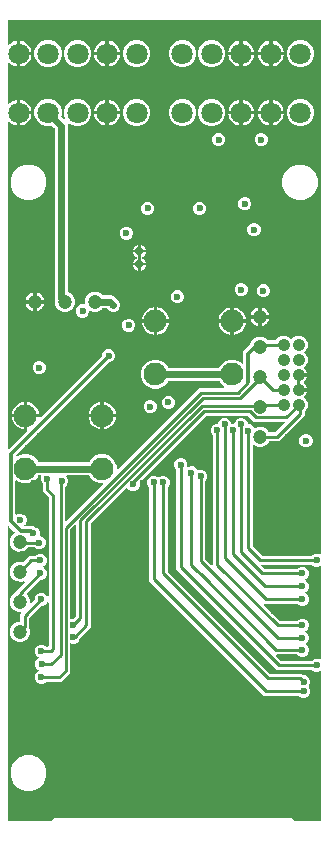
<source format=gbr>
G04 EAGLE Gerber RS-274X export*
G75*
%MOMM*%
%FSLAX34Y34*%
%LPD*%
%INBottom Copper*%
%IPPOS*%
%AMOC8*
5,1,8,0,0,1.08239X$1,22.5*%
G01*
%ADD10C,1.800000*%
%ADD11C,1.050000*%
%ADD12C,1.200000*%
%ADD13C,0.700000*%
%ADD14C,1.930400*%
%ADD15C,0.600000*%
%ADD16C,0.254000*%
%ADD17C,0.406400*%
%ADD18C,0.304800*%
%ADD19C,0.609600*%
%ADD20C,0.150000*%

G36*
X259750Y343825D02*
X259750Y343825D01*
X259841Y343833D01*
X259870Y343845D01*
X259902Y343850D01*
X259983Y343893D01*
X260067Y343929D01*
X260099Y343955D01*
X260120Y343966D01*
X260142Y343989D01*
X260198Y344034D01*
X260861Y344697D01*
X262898Y345541D01*
X265102Y345541D01*
X266407Y345000D01*
X266451Y344990D01*
X266493Y344971D01*
X266570Y344962D01*
X266646Y344944D01*
X266692Y344948D01*
X266737Y344943D01*
X266814Y344960D01*
X266891Y344967D01*
X266933Y344986D01*
X266978Y344996D01*
X267045Y345036D01*
X267116Y345067D01*
X267150Y345098D01*
X267189Y345122D01*
X267240Y345181D01*
X267297Y345234D01*
X267319Y345274D01*
X267349Y345309D01*
X267378Y345381D01*
X267415Y345449D01*
X267424Y345494D01*
X267441Y345537D01*
X267456Y345673D01*
X267459Y345691D01*
X267458Y345696D01*
X267459Y345704D01*
X267459Y796698D01*
X267456Y796718D01*
X267458Y796737D01*
X267436Y796839D01*
X267420Y796941D01*
X267410Y796958D01*
X267406Y796978D01*
X267353Y797067D01*
X267304Y797158D01*
X267290Y797172D01*
X267280Y797189D01*
X267201Y797256D01*
X267126Y797328D01*
X267108Y797336D01*
X267093Y797349D01*
X266997Y797388D01*
X266903Y797431D01*
X266883Y797433D01*
X266865Y797441D01*
X266698Y797459D01*
X3302Y797459D01*
X3282Y797456D01*
X3263Y797458D01*
X3161Y797436D01*
X3059Y797420D01*
X3042Y797410D01*
X3022Y797406D01*
X2933Y797353D01*
X2842Y797304D01*
X2828Y797290D01*
X2811Y797280D01*
X2744Y797201D01*
X2672Y797126D01*
X2664Y797108D01*
X2651Y797093D01*
X2612Y796997D01*
X2569Y796903D01*
X2567Y796883D01*
X2559Y796865D01*
X2541Y796698D01*
X2541Y777336D01*
X2552Y777265D01*
X2554Y777193D01*
X2572Y777145D01*
X2580Y777093D01*
X2614Y777030D01*
X2639Y776962D01*
X2671Y776922D01*
X2696Y776876D01*
X2747Y776826D01*
X2792Y776770D01*
X2836Y776742D01*
X2874Y776706D01*
X2939Y776676D01*
X2999Y776637D01*
X3050Y776625D01*
X3097Y776603D01*
X3168Y776595D01*
X3238Y776577D01*
X3290Y776581D01*
X3341Y776576D01*
X3412Y776591D01*
X3483Y776597D01*
X3531Y776617D01*
X3582Y776628D01*
X3643Y776665D01*
X3709Y776693D01*
X3765Y776738D01*
X3793Y776754D01*
X3808Y776772D01*
X3840Y776798D01*
X4434Y777391D01*
X5834Y778409D01*
X7377Y779195D01*
X9024Y779730D01*
X10077Y779897D01*
X10077Y769762D01*
X10080Y769742D01*
X10078Y769723D01*
X10100Y769621D01*
X10117Y769519D01*
X10126Y769502D01*
X10130Y769482D01*
X10183Y769393D01*
X10232Y769302D01*
X10246Y769288D01*
X10256Y769271D01*
X10335Y769204D01*
X10410Y769133D01*
X10428Y769124D01*
X10443Y769111D01*
X10539Y769073D01*
X10633Y769029D01*
X10653Y769027D01*
X10671Y769019D01*
X10838Y769001D01*
X11601Y769001D01*
X11601Y768999D01*
X10838Y768999D01*
X10818Y768996D01*
X10799Y768998D01*
X10697Y768976D01*
X10595Y768959D01*
X10578Y768950D01*
X10558Y768946D01*
X10469Y768893D01*
X10378Y768844D01*
X10364Y768830D01*
X10347Y768820D01*
X10280Y768741D01*
X10209Y768666D01*
X10200Y768648D01*
X10187Y768633D01*
X10148Y768537D01*
X10105Y768443D01*
X10103Y768423D01*
X10095Y768405D01*
X10077Y768238D01*
X10077Y758103D01*
X9024Y758270D01*
X7377Y758805D01*
X5834Y759591D01*
X4434Y760609D01*
X3840Y761202D01*
X3782Y761244D01*
X3730Y761294D01*
X3683Y761316D01*
X3641Y761346D01*
X3572Y761367D01*
X3507Y761397D01*
X3455Y761403D01*
X3405Y761418D01*
X3334Y761416D01*
X3263Y761424D01*
X3212Y761413D01*
X3160Y761412D01*
X3092Y761387D01*
X3022Y761372D01*
X2977Y761345D01*
X2929Y761327D01*
X2873Y761283D01*
X2811Y761246D01*
X2777Y761206D01*
X2737Y761174D01*
X2698Y761113D01*
X2651Y761059D01*
X2632Y761011D01*
X2604Y760967D01*
X2586Y760897D01*
X2559Y760831D01*
X2551Y760760D01*
X2543Y760728D01*
X2545Y760705D01*
X2541Y760664D01*
X2541Y727336D01*
X2552Y727265D01*
X2554Y727193D01*
X2572Y727145D01*
X2580Y727093D01*
X2614Y727030D01*
X2639Y726962D01*
X2671Y726922D01*
X2696Y726876D01*
X2747Y726826D01*
X2792Y726770D01*
X2836Y726742D01*
X2874Y726706D01*
X2939Y726676D01*
X2999Y726637D01*
X3050Y726625D01*
X3097Y726603D01*
X3168Y726595D01*
X3238Y726577D01*
X3290Y726581D01*
X3341Y726576D01*
X3412Y726591D01*
X3483Y726597D01*
X3531Y726617D01*
X3582Y726628D01*
X3643Y726665D01*
X3709Y726693D01*
X3765Y726738D01*
X3793Y726754D01*
X3808Y726772D01*
X3840Y726798D01*
X4434Y727391D01*
X5834Y728409D01*
X7377Y729195D01*
X9024Y729730D01*
X10077Y729897D01*
X10077Y719762D01*
X10080Y719742D01*
X10078Y719723D01*
X10100Y719621D01*
X10117Y719519D01*
X10126Y719502D01*
X10130Y719482D01*
X10183Y719393D01*
X10232Y719302D01*
X10246Y719288D01*
X10256Y719271D01*
X10335Y719204D01*
X10410Y719133D01*
X10428Y719124D01*
X10443Y719111D01*
X10539Y719073D01*
X10633Y719029D01*
X10653Y719027D01*
X10671Y719019D01*
X10838Y719001D01*
X11601Y719001D01*
X11601Y718999D01*
X10838Y718999D01*
X10818Y718996D01*
X10799Y718998D01*
X10697Y718976D01*
X10595Y718959D01*
X10578Y718950D01*
X10558Y718946D01*
X10469Y718893D01*
X10378Y718844D01*
X10364Y718830D01*
X10347Y718820D01*
X10280Y718741D01*
X10209Y718666D01*
X10200Y718648D01*
X10187Y718633D01*
X10148Y718537D01*
X10105Y718443D01*
X10103Y718423D01*
X10095Y718405D01*
X10077Y718238D01*
X10077Y708103D01*
X9024Y708270D01*
X7377Y708805D01*
X5834Y709591D01*
X4434Y710609D01*
X3840Y711202D01*
X3782Y711244D01*
X3730Y711294D01*
X3683Y711316D01*
X3641Y711346D01*
X3572Y711367D01*
X3507Y711397D01*
X3455Y711403D01*
X3405Y711418D01*
X3334Y711416D01*
X3263Y711424D01*
X3212Y711413D01*
X3160Y711412D01*
X3092Y711387D01*
X3022Y711372D01*
X2977Y711345D01*
X2929Y711327D01*
X2873Y711283D01*
X2811Y711246D01*
X2777Y711206D01*
X2737Y711174D01*
X2698Y711113D01*
X2651Y711059D01*
X2632Y711011D01*
X2604Y710967D01*
X2586Y710897D01*
X2559Y710831D01*
X2551Y710760D01*
X2543Y710728D01*
X2545Y710705D01*
X2541Y710664D01*
X2541Y435127D01*
X2542Y435120D01*
X2542Y435118D01*
X2543Y435110D01*
X2552Y435056D01*
X2554Y434984D01*
X2572Y434936D01*
X2580Y434884D01*
X2614Y434821D01*
X2639Y434753D01*
X2671Y434713D01*
X2696Y434667D01*
X2748Y434617D01*
X2792Y434561D01*
X2836Y434533D01*
X2874Y434497D01*
X2939Y434467D01*
X2999Y434428D01*
X3050Y434416D01*
X3097Y434394D01*
X3168Y434386D01*
X3238Y434368D01*
X3290Y434372D01*
X3341Y434367D01*
X3412Y434382D01*
X3483Y434388D01*
X3531Y434408D01*
X3582Y434419D01*
X3643Y434456D01*
X3709Y434484D01*
X3765Y434529D01*
X3793Y434545D01*
X3808Y434563D01*
X3840Y434589D01*
X18800Y449549D01*
X18853Y449623D01*
X18913Y449692D01*
X18925Y449722D01*
X18944Y449748D01*
X18971Y449835D01*
X19005Y449920D01*
X19009Y449961D01*
X19016Y449983D01*
X19015Y450016D01*
X19023Y450087D01*
X19023Y460977D01*
X29913Y460977D01*
X30003Y460992D01*
X30094Y460999D01*
X30124Y461011D01*
X30156Y461017D01*
X30236Y461059D01*
X30320Y461095D01*
X30352Y461121D01*
X30373Y461132D01*
X30395Y461155D01*
X30451Y461200D01*
X82236Y512985D01*
X82289Y513059D01*
X82349Y513128D01*
X82361Y513158D01*
X82380Y513184D01*
X82407Y513271D01*
X82441Y513356D01*
X82445Y513397D01*
X82452Y513420D01*
X82451Y513452D01*
X82459Y513523D01*
X82459Y514102D01*
X83303Y516139D01*
X84861Y517697D01*
X86898Y518541D01*
X89102Y518541D01*
X91139Y517697D01*
X92697Y516139D01*
X93541Y514102D01*
X93541Y511898D01*
X92697Y509861D01*
X91139Y508303D01*
X89102Y507459D01*
X88523Y507459D01*
X88433Y507445D01*
X88342Y507437D01*
X88312Y507425D01*
X88280Y507420D01*
X88200Y507377D01*
X88116Y507341D01*
X88084Y507315D01*
X88063Y507304D01*
X88041Y507281D01*
X87985Y507236D01*
X9871Y429122D01*
X9814Y429043D01*
X9752Y428968D01*
X9742Y428944D01*
X9727Y428923D01*
X9699Y428830D01*
X9664Y428739D01*
X9663Y428713D01*
X9655Y428688D01*
X9657Y428590D01*
X9653Y428493D01*
X9661Y428468D01*
X9661Y428442D01*
X9695Y428350D01*
X9722Y428257D01*
X9737Y428235D01*
X9746Y428211D01*
X9807Y428134D01*
X9862Y428055D01*
X9883Y428039D01*
X9899Y428019D01*
X9981Y427966D01*
X10059Y427908D01*
X10084Y427900D01*
X10106Y427886D01*
X10201Y427862D01*
X10293Y427832D01*
X10320Y427832D01*
X10345Y427826D01*
X10442Y427833D01*
X10539Y427834D01*
X10571Y427843D01*
X10590Y427845D01*
X10620Y427858D01*
X10700Y427881D01*
X15075Y429693D01*
X19925Y429693D01*
X24407Y427836D01*
X27836Y424407D01*
X28188Y423559D01*
X28250Y423459D01*
X28309Y423359D01*
X28314Y423355D01*
X28317Y423350D01*
X28407Y423275D01*
X28496Y423199D01*
X28502Y423197D01*
X28507Y423193D01*
X28615Y423151D01*
X28724Y423107D01*
X28732Y423106D01*
X28736Y423105D01*
X28755Y423104D01*
X28891Y423089D01*
X71109Y423089D01*
X71224Y423108D01*
X71340Y423125D01*
X71346Y423127D01*
X71352Y423128D01*
X71454Y423183D01*
X71559Y423236D01*
X71564Y423241D01*
X71569Y423244D01*
X71649Y423328D01*
X71731Y423412D01*
X71735Y423418D01*
X71738Y423422D01*
X71746Y423439D01*
X71812Y423559D01*
X72164Y424407D01*
X75593Y427836D01*
X80075Y429693D01*
X84925Y429693D01*
X89407Y427836D01*
X92836Y424407D01*
X94693Y419925D01*
X94693Y417920D01*
X94704Y417849D01*
X94706Y417777D01*
X94724Y417728D01*
X94732Y417677D01*
X94766Y417614D01*
X94791Y417546D01*
X94823Y417506D01*
X94848Y417460D01*
X94900Y417410D01*
X94944Y417354D01*
X94988Y417326D01*
X95026Y417290D01*
X95091Y417260D01*
X95151Y417221D01*
X95202Y417209D01*
X95249Y417187D01*
X95320Y417179D01*
X95390Y417161D01*
X95442Y417165D01*
X95493Y417160D01*
X95564Y417175D01*
X95635Y417180D01*
X95683Y417201D01*
X95734Y417212D01*
X95795Y417249D01*
X95861Y417277D01*
X95917Y417321D01*
X95945Y417338D01*
X95960Y417356D01*
X95992Y417381D01*
X161966Y483356D01*
X164422Y485811D01*
X185108Y485811D01*
X185179Y485822D01*
X185251Y485824D01*
X185300Y485842D01*
X185351Y485850D01*
X185414Y485884D01*
X185482Y485909D01*
X185522Y485941D01*
X185568Y485966D01*
X185618Y486018D01*
X185674Y486062D01*
X185702Y486106D01*
X185738Y486144D01*
X185768Y486209D01*
X185807Y486269D01*
X185820Y486320D01*
X185841Y486367D01*
X185849Y486438D01*
X185867Y486508D01*
X185863Y486560D01*
X185869Y486611D01*
X185853Y486682D01*
X185848Y486753D01*
X185827Y486801D01*
X185816Y486852D01*
X185779Y486913D01*
X185751Y486979D01*
X185707Y487035D01*
X185690Y487063D01*
X185672Y487078D01*
X185647Y487110D01*
X182164Y490593D01*
X181812Y491441D01*
X181751Y491541D01*
X181691Y491641D01*
X181686Y491645D01*
X181683Y491650D01*
X181593Y491725D01*
X181504Y491801D01*
X181498Y491803D01*
X181493Y491807D01*
X181385Y491849D01*
X181276Y491893D01*
X181268Y491894D01*
X181264Y491895D01*
X181245Y491896D01*
X181109Y491911D01*
X138891Y491911D01*
X138776Y491892D01*
X138660Y491875D01*
X138654Y491873D01*
X138648Y491872D01*
X138546Y491817D01*
X138441Y491764D01*
X138436Y491759D01*
X138431Y491756D01*
X138351Y491672D01*
X138269Y491588D01*
X138265Y491582D01*
X138262Y491578D01*
X138254Y491561D01*
X138188Y491441D01*
X137836Y490593D01*
X134407Y487164D01*
X129925Y485307D01*
X125075Y485307D01*
X120593Y487164D01*
X117164Y490593D01*
X115307Y495075D01*
X115307Y499925D01*
X117164Y504407D01*
X120593Y507836D01*
X125075Y509693D01*
X129925Y509693D01*
X134407Y507836D01*
X137836Y504407D01*
X138188Y503559D01*
X138249Y503459D01*
X138309Y503359D01*
X138314Y503355D01*
X138317Y503350D01*
X138407Y503275D01*
X138496Y503199D01*
X138502Y503197D01*
X138507Y503193D01*
X138615Y503151D01*
X138724Y503107D01*
X138732Y503106D01*
X138736Y503105D01*
X138755Y503104D01*
X138891Y503089D01*
X181109Y503089D01*
X181224Y503108D01*
X181340Y503125D01*
X181346Y503127D01*
X181352Y503128D01*
X181454Y503183D01*
X181559Y503236D01*
X181564Y503241D01*
X181569Y503244D01*
X181649Y503328D01*
X181731Y503412D01*
X181735Y503418D01*
X181738Y503422D01*
X181746Y503439D01*
X181812Y503559D01*
X182164Y504407D01*
X185593Y507836D01*
X190075Y509693D01*
X194925Y509693D01*
X199407Y507836D01*
X200636Y506607D01*
X200694Y506566D01*
X200746Y506516D01*
X200793Y506494D01*
X200835Y506464D01*
X200904Y506443D01*
X200969Y506413D01*
X201021Y506407D01*
X201071Y506391D01*
X201142Y506393D01*
X201213Y506385D01*
X201264Y506397D01*
X201316Y506398D01*
X201384Y506422D01*
X201454Y506438D01*
X201499Y506464D01*
X201547Y506482D01*
X201603Y506527D01*
X201665Y506564D01*
X201699Y506603D01*
X201739Y506636D01*
X201778Y506696D01*
X201825Y506751D01*
X201844Y506799D01*
X201872Y506843D01*
X201890Y506912D01*
X201917Y506979D01*
X201925Y507050D01*
X201933Y507081D01*
X201931Y507105D01*
X201935Y507146D01*
X201935Y516684D01*
X207136Y521885D01*
X207189Y521959D01*
X207249Y522028D01*
X207261Y522058D01*
X207280Y522084D01*
X207307Y522171D01*
X207341Y522256D01*
X207345Y522297D01*
X207352Y522320D01*
X207351Y522352D01*
X207356Y522390D01*
X208660Y525538D01*
X211062Y527940D01*
X214201Y529241D01*
X217599Y529241D01*
X220738Y527940D01*
X222245Y526434D01*
X222319Y526381D01*
X222388Y526321D01*
X222418Y526309D01*
X222444Y526290D01*
X222531Y526263D01*
X222616Y526229D01*
X222657Y526225D01*
X222680Y526218D01*
X222712Y526219D01*
X222783Y526211D01*
X228637Y526211D01*
X228752Y526230D01*
X228868Y526247D01*
X228874Y526249D01*
X228880Y526250D01*
X228983Y526305D01*
X229087Y526358D01*
X229092Y526363D01*
X229097Y526366D01*
X229178Y526450D01*
X229260Y526534D01*
X229263Y526540D01*
X229267Y526544D01*
X229275Y526561D01*
X229340Y526681D01*
X229395Y526813D01*
X231587Y529005D01*
X234450Y530191D01*
X237550Y530191D01*
X240413Y529005D01*
X241812Y527606D01*
X241828Y527594D01*
X241840Y527579D01*
X241928Y527523D01*
X242011Y527463D01*
X242030Y527457D01*
X242047Y527446D01*
X242148Y527421D01*
X242247Y527390D01*
X242266Y527391D01*
X242286Y527386D01*
X242389Y527394D01*
X242492Y527397D01*
X242511Y527403D01*
X242531Y527405D01*
X242626Y527445D01*
X242723Y527481D01*
X242739Y527493D01*
X242757Y527501D01*
X242888Y527606D01*
X244287Y529005D01*
X247150Y530191D01*
X250250Y530191D01*
X253113Y529005D01*
X255305Y526813D01*
X256491Y523950D01*
X256491Y520850D01*
X255305Y517987D01*
X253906Y516588D01*
X253894Y516572D01*
X253879Y516560D01*
X253823Y516472D01*
X253763Y516389D01*
X253757Y516370D01*
X253746Y516353D01*
X253721Y516252D01*
X253690Y516153D01*
X253691Y516134D01*
X253686Y516114D01*
X253694Y516011D01*
X253697Y515908D01*
X253703Y515889D01*
X253705Y515869D01*
X253745Y515774D01*
X253781Y515677D01*
X253793Y515661D01*
X253801Y515643D01*
X253906Y515512D01*
X255305Y514113D01*
X256491Y511250D01*
X256491Y508150D01*
X255305Y505287D01*
X253524Y503506D01*
X253513Y503490D01*
X253497Y503478D01*
X253441Y503391D01*
X253381Y503307D01*
X253375Y503288D01*
X253364Y503271D01*
X253339Y503171D01*
X253308Y503072D01*
X253309Y503052D01*
X253304Y503032D01*
X253312Y502929D01*
X253315Y502826D01*
X253322Y502807D01*
X253323Y502787D01*
X253363Y502692D01*
X253399Y502595D01*
X253412Y502579D01*
X253419Y502561D01*
X253524Y502430D01*
X254332Y501622D01*
X255126Y500434D01*
X255672Y499115D01*
X255790Y498523D01*
X249462Y498523D01*
X249442Y498520D01*
X249423Y498522D01*
X249321Y498500D01*
X249219Y498483D01*
X249202Y498474D01*
X249182Y498470D01*
X249093Y498417D01*
X249002Y498368D01*
X248988Y498354D01*
X248971Y498344D01*
X248904Y498265D01*
X248833Y498190D01*
X248824Y498172D01*
X248811Y498157D01*
X248773Y498061D01*
X248729Y497967D01*
X248727Y497947D01*
X248719Y497929D01*
X248701Y497762D01*
X248701Y496999D01*
X247938Y496999D01*
X247918Y496996D01*
X247899Y496998D01*
X247797Y496976D01*
X247695Y496959D01*
X247678Y496950D01*
X247658Y496946D01*
X247569Y496893D01*
X247478Y496844D01*
X247464Y496830D01*
X247447Y496820D01*
X247380Y496741D01*
X247309Y496666D01*
X247300Y496648D01*
X247287Y496633D01*
X247248Y496537D01*
X247205Y496443D01*
X247203Y496423D01*
X247195Y496405D01*
X247177Y496238D01*
X247177Y485062D01*
X247180Y485042D01*
X247178Y485023D01*
X247200Y484921D01*
X247217Y484819D01*
X247226Y484802D01*
X247230Y484782D01*
X247283Y484693D01*
X247332Y484602D01*
X247346Y484588D01*
X247356Y484571D01*
X247435Y484504D01*
X247510Y484433D01*
X247528Y484424D01*
X247543Y484411D01*
X247639Y484373D01*
X247733Y484329D01*
X247753Y484327D01*
X247771Y484319D01*
X247938Y484301D01*
X248701Y484301D01*
X248701Y483538D01*
X248704Y483518D01*
X248702Y483499D01*
X248724Y483397D01*
X248741Y483295D01*
X248750Y483278D01*
X248754Y483258D01*
X248807Y483169D01*
X248856Y483078D01*
X248870Y483064D01*
X248880Y483047D01*
X248959Y482980D01*
X249034Y482909D01*
X249052Y482900D01*
X249067Y482887D01*
X249163Y482848D01*
X249257Y482805D01*
X249277Y482803D01*
X249295Y482795D01*
X249462Y482777D01*
X255790Y482777D01*
X255672Y482185D01*
X255126Y480866D01*
X254332Y479678D01*
X253524Y478870D01*
X253513Y478854D01*
X253497Y478841D01*
X253441Y478754D01*
X253381Y478670D01*
X253375Y478651D01*
X253364Y478635D01*
X253339Y478534D01*
X253308Y478435D01*
X253309Y478415D01*
X253304Y478396D01*
X253312Y478293D01*
X253315Y478189D01*
X253322Y478171D01*
X253323Y478151D01*
X253363Y478056D01*
X253399Y477958D01*
X253412Y477943D01*
X253419Y477924D01*
X253524Y477794D01*
X255305Y476013D01*
X256491Y473150D01*
X256491Y470050D01*
X255305Y467187D01*
X254034Y465916D01*
X253981Y465842D01*
X253921Y465773D01*
X253909Y465742D01*
X253890Y465716D01*
X253863Y465629D01*
X253829Y465544D01*
X253825Y465503D01*
X253818Y465481D01*
X253819Y465449D01*
X253811Y465378D01*
X253811Y462422D01*
X232078Y440689D01*
X224075Y440689D01*
X223960Y440671D01*
X223844Y440653D01*
X223838Y440651D01*
X223832Y440650D01*
X223729Y440595D01*
X223624Y440542D01*
X223620Y440537D01*
X223614Y440534D01*
X223534Y440450D01*
X223452Y440366D01*
X223449Y440360D01*
X223445Y440356D01*
X223437Y440339D01*
X223371Y440219D01*
X223140Y439662D01*
X220738Y437260D01*
X217599Y435959D01*
X214201Y435959D01*
X211032Y437272D01*
X211000Y437303D01*
X210953Y437324D01*
X210911Y437355D01*
X210842Y437376D01*
X210777Y437406D01*
X210725Y437412D01*
X210676Y437427D01*
X210604Y437425D01*
X210533Y437433D01*
X210482Y437422D01*
X210430Y437421D01*
X210362Y437396D01*
X210292Y437381D01*
X210248Y437354D01*
X210199Y437336D01*
X210143Y437292D01*
X210081Y437255D01*
X210047Y437215D01*
X210007Y437183D01*
X209968Y437122D01*
X209921Y437068D01*
X209902Y437020D01*
X209874Y436976D01*
X209856Y436906D01*
X209829Y436840D01*
X209821Y436769D01*
X209813Y436737D01*
X209815Y436714D01*
X209811Y436673D01*
X209811Y351894D01*
X209825Y351804D01*
X209833Y351713D01*
X209845Y351683D01*
X209850Y351651D01*
X209893Y351570D01*
X209929Y351486D01*
X209955Y351454D01*
X209966Y351434D01*
X209989Y351411D01*
X210034Y351356D01*
X217356Y344034D01*
X217429Y343981D01*
X217499Y343921D01*
X217529Y343909D01*
X217555Y343890D01*
X217642Y343863D01*
X217727Y343829D01*
X217768Y343825D01*
X217790Y343818D01*
X217823Y343819D01*
X217894Y343811D01*
X259660Y343811D01*
X259750Y343825D01*
G37*
G36*
X39218Y119242D02*
X39218Y119242D01*
X39237Y119240D01*
X39339Y119262D01*
X39441Y119278D01*
X39458Y119288D01*
X39478Y119292D01*
X39567Y119345D01*
X39658Y119394D01*
X39672Y119408D01*
X39689Y119418D01*
X39756Y119497D01*
X39828Y119572D01*
X39836Y119590D01*
X39849Y119605D01*
X39888Y119701D01*
X39931Y119795D01*
X39933Y119815D01*
X39941Y119833D01*
X39959Y120000D01*
X39959Y120152D01*
X41448Y121641D01*
X243552Y121641D01*
X245041Y120152D01*
X245041Y120000D01*
X245044Y119980D01*
X245042Y119961D01*
X245064Y119859D01*
X245080Y119757D01*
X245090Y119740D01*
X245094Y119720D01*
X245147Y119631D01*
X245196Y119540D01*
X245210Y119526D01*
X245220Y119509D01*
X245299Y119442D01*
X245374Y119371D01*
X245392Y119362D01*
X245407Y119349D01*
X245503Y119310D01*
X245597Y119267D01*
X245617Y119265D01*
X245635Y119257D01*
X245802Y119239D01*
X266698Y119239D01*
X266718Y119242D01*
X266737Y119240D01*
X266839Y119262D01*
X266941Y119279D01*
X266958Y119288D01*
X266978Y119292D01*
X267067Y119345D01*
X267158Y119394D01*
X267172Y119408D01*
X267189Y119418D01*
X267256Y119497D01*
X267328Y119572D01*
X267336Y119590D01*
X267349Y119605D01*
X267388Y119701D01*
X267431Y119795D01*
X267433Y119815D01*
X267441Y119833D01*
X267459Y120000D01*
X267459Y245296D01*
X267452Y245342D01*
X267454Y245387D01*
X267432Y245462D01*
X267420Y245539D01*
X267398Y245580D01*
X267385Y245624D01*
X267341Y245688D01*
X267304Y245756D01*
X267271Y245788D01*
X267245Y245826D01*
X267182Y245872D01*
X267126Y245926D01*
X267084Y245945D01*
X267048Y245973D01*
X266974Y245997D01*
X266903Y246029D01*
X266857Y246035D01*
X266814Y246049D01*
X266736Y246048D01*
X266659Y246057D01*
X266614Y246047D01*
X266568Y246046D01*
X266436Y246008D01*
X266418Y246004D01*
X266414Y246002D01*
X266407Y246000D01*
X265102Y245459D01*
X262898Y245459D01*
X260861Y246303D01*
X260198Y246966D01*
X260124Y247019D01*
X260054Y247079D01*
X260024Y247091D01*
X259998Y247110D01*
X259911Y247137D01*
X259826Y247171D01*
X259785Y247175D01*
X259763Y247182D01*
X259731Y247181D01*
X259660Y247189D01*
X230422Y247189D01*
X145189Y332422D01*
X145189Y416660D01*
X145175Y416750D01*
X145167Y416841D01*
X145155Y416870D01*
X145150Y416902D01*
X145107Y416983D01*
X145071Y417067D01*
X145045Y417099D01*
X145034Y417120D01*
X145011Y417142D01*
X144966Y417198D01*
X144303Y417861D01*
X143459Y419898D01*
X143459Y422102D01*
X144303Y424139D01*
X145861Y425697D01*
X147898Y426541D01*
X150102Y426541D01*
X152139Y425697D01*
X153697Y424139D01*
X154541Y422102D01*
X154541Y419864D01*
X154535Y419849D01*
X154533Y419797D01*
X154521Y419747D01*
X154528Y419675D01*
X154525Y419604D01*
X154539Y419554D01*
X154544Y419502D01*
X154573Y419436D01*
X154593Y419367D01*
X154623Y419325D01*
X154644Y419277D01*
X154693Y419224D01*
X154734Y419165D01*
X154775Y419134D01*
X154811Y419096D01*
X154873Y419061D01*
X154931Y419019D01*
X154980Y419002D01*
X155026Y418977D01*
X155097Y418965D01*
X155165Y418942D01*
X155217Y418943D01*
X155268Y418934D01*
X155339Y418944D01*
X155411Y418945D01*
X155480Y418965D01*
X155511Y418969D01*
X155532Y418980D01*
X155572Y418991D01*
X156898Y419541D01*
X159102Y419541D01*
X161139Y418697D01*
X162697Y417139D01*
X162940Y416554D01*
X162950Y416537D01*
X162956Y416517D01*
X163014Y416433D01*
X163069Y416344D01*
X163085Y416332D01*
X163096Y416315D01*
X163179Y416254D01*
X163259Y416188D01*
X163277Y416180D01*
X163293Y416169D01*
X163392Y416137D01*
X163488Y416099D01*
X163508Y416099D01*
X163527Y416092D01*
X163631Y416093D01*
X163734Y416089D01*
X163753Y416095D01*
X163773Y416095D01*
X163934Y416142D01*
X164898Y416541D01*
X167102Y416541D01*
X169139Y415697D01*
X170697Y414139D01*
X171541Y412102D01*
X171541Y409898D01*
X170697Y407861D01*
X170034Y407198D01*
X169981Y407124D01*
X169921Y407055D01*
X169909Y407024D01*
X169890Y406998D01*
X169863Y406911D01*
X169829Y406826D01*
X169825Y406785D01*
X169818Y406763D01*
X169819Y406731D01*
X169811Y406660D01*
X169811Y340894D01*
X169825Y340804D01*
X169833Y340713D01*
X169845Y340683D01*
X169850Y340651D01*
X169893Y340570D01*
X169929Y340486D01*
X169955Y340454D01*
X169966Y340434D01*
X169989Y340411D01*
X170034Y340355D01*
X174640Y335749D01*
X174698Y335708D01*
X174750Y335658D01*
X174797Y335636D01*
X174839Y335606D01*
X174908Y335585D01*
X174973Y335555D01*
X175025Y335549D01*
X175075Y335534D01*
X175146Y335535D01*
X175217Y335528D01*
X175268Y335539D01*
X175320Y335540D01*
X175388Y335565D01*
X175458Y335580D01*
X175502Y335606D01*
X175551Y335624D01*
X175607Y335669D01*
X175669Y335706D01*
X175703Y335746D01*
X175743Y335778D01*
X175782Y335838D01*
X175829Y335893D01*
X175848Y335941D01*
X175876Y335985D01*
X175894Y336054D01*
X175921Y336121D01*
X175929Y336192D01*
X175937Y336224D01*
X175935Y336247D01*
X175939Y336288D01*
X175939Y445660D01*
X175925Y445750D01*
X175917Y445841D01*
X175905Y445870D01*
X175900Y445902D01*
X175857Y445983D01*
X175821Y446067D01*
X175795Y446099D01*
X175784Y446120D01*
X175761Y446142D01*
X175716Y446198D01*
X175053Y446861D01*
X174209Y448898D01*
X174209Y451102D01*
X175053Y453139D01*
X176611Y454697D01*
X178648Y455541D01*
X179718Y455541D01*
X179833Y455560D01*
X179949Y455577D01*
X179955Y455579D01*
X179961Y455580D01*
X180063Y455635D01*
X180168Y455688D01*
X180173Y455693D01*
X180178Y455696D01*
X180258Y455780D01*
X180341Y455864D01*
X180344Y455870D01*
X180348Y455874D01*
X180355Y455891D01*
X180421Y456011D01*
X181303Y458139D01*
X182861Y459697D01*
X184898Y460541D01*
X187102Y460541D01*
X189139Y459697D01*
X190697Y458139D01*
X191579Y456011D01*
X191640Y455911D01*
X191700Y455811D01*
X191705Y455807D01*
X191708Y455802D01*
X191798Y455727D01*
X191887Y455651D01*
X191893Y455649D01*
X191898Y455645D01*
X192006Y455603D01*
X192115Y455559D01*
X192123Y455558D01*
X192127Y455557D01*
X192146Y455556D01*
X192282Y455541D01*
X193718Y455541D01*
X193833Y455560D01*
X193949Y455577D01*
X193955Y455579D01*
X193961Y455580D01*
X194063Y455635D01*
X194168Y455688D01*
X194173Y455693D01*
X194178Y455696D01*
X194258Y455780D01*
X194341Y455864D01*
X194344Y455870D01*
X194348Y455874D01*
X194355Y455891D01*
X194421Y456011D01*
X195303Y458139D01*
X196861Y459697D01*
X198898Y460541D01*
X201102Y460541D01*
X203139Y459697D01*
X204697Y458139D01*
X205541Y456102D01*
X205541Y456027D01*
X205544Y456007D01*
X205542Y455987D01*
X205564Y455886D01*
X205580Y455784D01*
X205590Y455766D01*
X205594Y455747D01*
X205647Y455658D01*
X205696Y455566D01*
X205710Y455553D01*
X205720Y455536D01*
X205799Y455468D01*
X205874Y455397D01*
X205892Y455389D01*
X205907Y455376D01*
X206003Y455337D01*
X206097Y455293D01*
X206117Y455291D01*
X206135Y455284D01*
X206302Y455265D01*
X207377Y455265D01*
X209414Y454422D01*
X210973Y452863D01*
X211091Y452577D01*
X211102Y452560D01*
X211107Y452541D01*
X211166Y452455D01*
X211221Y452368D01*
X211236Y452355D01*
X211248Y452338D01*
X211331Y452277D01*
X211410Y452211D01*
X211429Y452204D01*
X211445Y452192D01*
X211544Y452160D01*
X211640Y452123D01*
X211660Y452122D01*
X211679Y452115D01*
X211782Y452116D01*
X211886Y452112D01*
X211905Y452118D01*
X211925Y452118D01*
X212086Y452165D01*
X214201Y453041D01*
X217599Y453041D01*
X220738Y451740D01*
X223140Y449338D01*
X223371Y448781D01*
X223433Y448682D01*
X223493Y448581D01*
X223498Y448577D01*
X223501Y448572D01*
X223590Y448498D01*
X223680Y448421D01*
X223686Y448419D01*
X223690Y448415D01*
X223798Y448373D01*
X223908Y448329D01*
X223915Y448328D01*
X223920Y448327D01*
X223938Y448326D01*
X224075Y448311D01*
X228606Y448311D01*
X228696Y448325D01*
X228787Y448333D01*
X228817Y448345D01*
X228849Y448350D01*
X228930Y448393D01*
X229014Y448429D01*
X229046Y448455D01*
X229066Y448466D01*
X229089Y448489D01*
X229144Y448534D01*
X236631Y456020D01*
X236672Y456078D01*
X236722Y456130D01*
X236744Y456177D01*
X236774Y456219D01*
X236795Y456288D01*
X236825Y456353D01*
X236831Y456405D01*
X236846Y456455D01*
X236845Y456526D01*
X236852Y456597D01*
X236841Y456648D01*
X236840Y456700D01*
X236815Y456768D01*
X236800Y456838D01*
X236774Y456883D01*
X236756Y456931D01*
X236711Y456987D01*
X236674Y457049D01*
X236634Y457083D01*
X236602Y457123D01*
X236542Y457162D01*
X236487Y457209D01*
X236439Y457228D01*
X236395Y457256D01*
X236326Y457274D01*
X236259Y457301D01*
X236188Y457309D01*
X236156Y457317D01*
X236133Y457315D01*
X236092Y457319D01*
X210689Y457319D01*
X208234Y459774D01*
X208234Y459775D01*
X206042Y461966D01*
X205968Y462019D01*
X205898Y462079D01*
X205868Y462091D01*
X205842Y462110D01*
X205755Y462137D01*
X205670Y462171D01*
X205629Y462175D01*
X205607Y462182D01*
X205575Y462181D01*
X205504Y462189D01*
X170894Y462189D01*
X170804Y462175D01*
X170713Y462167D01*
X170683Y462155D01*
X170651Y462150D01*
X170570Y462107D01*
X170486Y462071D01*
X170454Y462045D01*
X170434Y462034D01*
X170411Y462011D01*
X170355Y461966D01*
X114264Y405875D01*
X114211Y405801D01*
X114151Y405731D01*
X114139Y405701D01*
X114120Y405675D01*
X114093Y405588D01*
X114059Y405503D01*
X114055Y405462D01*
X114048Y405440D01*
X114049Y405408D01*
X114041Y405336D01*
X114041Y403238D01*
X113197Y401201D01*
X111639Y399643D01*
X109602Y398799D01*
X107398Y398799D01*
X105361Y399643D01*
X103735Y401269D01*
X103719Y401281D01*
X103706Y401296D01*
X103619Y401352D01*
X103535Y401413D01*
X103516Y401419D01*
X103499Y401429D01*
X103399Y401455D01*
X103300Y401485D01*
X103280Y401485D01*
X103261Y401489D01*
X103158Y401481D01*
X103054Y401479D01*
X103035Y401472D01*
X103016Y401470D01*
X102921Y401430D01*
X102823Y401394D01*
X102808Y401382D01*
X102789Y401374D01*
X102658Y401269D01*
X73034Y371644D01*
X72981Y371571D01*
X72921Y371501D01*
X72909Y371471D01*
X72890Y371445D01*
X72863Y371358D01*
X72829Y371273D01*
X72825Y371232D01*
X72818Y371210D01*
X72819Y371177D01*
X72811Y371106D01*
X72811Y283422D01*
X70356Y280966D01*
X70355Y280966D01*
X63764Y274374D01*
X63711Y274301D01*
X63651Y274231D01*
X63639Y274201D01*
X63620Y274175D01*
X63593Y274088D01*
X63559Y274003D01*
X63555Y273962D01*
X63548Y273940D01*
X63548Y273916D01*
X62697Y271861D01*
X61139Y270303D01*
X59102Y269459D01*
X56898Y269459D01*
X56299Y269707D01*
X56255Y269718D01*
X56213Y269737D01*
X56136Y269746D01*
X56060Y269763D01*
X56014Y269759D01*
X55969Y269764D01*
X55892Y269748D01*
X55815Y269740D01*
X55773Y269722D01*
X55728Y269712D01*
X55661Y269672D01*
X55590Y269640D01*
X55556Y269609D01*
X55517Y269586D01*
X55466Y269527D01*
X55409Y269474D01*
X55387Y269434D01*
X55357Y269399D01*
X55328Y269327D01*
X55291Y269258D01*
X55282Y269213D01*
X55265Y269171D01*
X55250Y269035D01*
X55247Y269016D01*
X55248Y269011D01*
X55247Y269004D01*
X55247Y244858D01*
X47578Y237189D01*
X35340Y237189D01*
X35250Y237175D01*
X35159Y237167D01*
X35130Y237155D01*
X35098Y237150D01*
X35017Y237107D01*
X34933Y237071D01*
X34901Y237045D01*
X34880Y237034D01*
X34858Y237011D01*
X34802Y236966D01*
X34139Y236303D01*
X32102Y235459D01*
X29898Y235459D01*
X27861Y236303D01*
X26303Y237861D01*
X25459Y239898D01*
X25459Y242102D01*
X26303Y244139D01*
X27861Y245697D01*
X28217Y245844D01*
X28278Y245882D01*
X28343Y245911D01*
X28381Y245947D01*
X28426Y245974D01*
X28471Y246029D01*
X28524Y246078D01*
X28549Y246123D01*
X28582Y246163D01*
X28608Y246230D01*
X28643Y246293D01*
X28652Y246344D01*
X28671Y246393D01*
X28674Y246465D01*
X28686Y246535D01*
X28679Y246587D01*
X28681Y246639D01*
X28661Y246708D01*
X28651Y246779D01*
X28627Y246825D01*
X28613Y246875D01*
X28572Y246934D01*
X28539Y246998D01*
X28502Y247034D01*
X28472Y247077D01*
X28415Y247120D01*
X28364Y247170D01*
X28301Y247205D01*
X28275Y247224D01*
X28253Y247231D01*
X28217Y247251D01*
X28091Y247303D01*
X26533Y248861D01*
X25689Y250898D01*
X25689Y253102D01*
X26533Y255139D01*
X28091Y256697D01*
X28217Y256749D01*
X28277Y256787D01*
X28343Y256816D01*
X28381Y256851D01*
X28426Y256879D01*
X28471Y256934D01*
X28524Y256982D01*
X28549Y257028D01*
X28582Y257068D01*
X28608Y257135D01*
X28643Y257198D01*
X28652Y257249D01*
X28671Y257298D01*
X28674Y257369D01*
X28686Y257440D01*
X28679Y257491D01*
X28681Y257543D01*
X28661Y257612D01*
X28651Y257683D01*
X28627Y257730D01*
X28613Y257780D01*
X28572Y257839D01*
X28539Y257903D01*
X28502Y257939D01*
X28472Y257982D01*
X28415Y258025D01*
X28364Y258075D01*
X28301Y258109D01*
X28275Y258129D01*
X28253Y258136D01*
X28217Y258156D01*
X27861Y258303D01*
X26303Y259861D01*
X25459Y261898D01*
X25459Y264102D01*
X26303Y266139D01*
X27861Y267697D01*
X29898Y268541D01*
X32102Y268541D01*
X34139Y267697D01*
X34802Y267034D01*
X34876Y266981D01*
X34945Y266921D01*
X34976Y266909D01*
X35002Y266890D01*
X35089Y266863D01*
X35174Y266829D01*
X35215Y266825D01*
X35237Y266818D01*
X35269Y266819D01*
X35340Y266811D01*
X36388Y266811D01*
X36408Y266814D01*
X36427Y266812D01*
X36529Y266834D01*
X36631Y266850D01*
X36648Y266860D01*
X36668Y266864D01*
X36757Y266917D01*
X36848Y266966D01*
X36862Y266980D01*
X36879Y266990D01*
X36946Y267069D01*
X37018Y267144D01*
X37026Y267162D01*
X37039Y267177D01*
X37078Y267273D01*
X37121Y267367D01*
X37123Y267387D01*
X37131Y267405D01*
X37149Y267572D01*
X37149Y303540D01*
X37134Y303636D01*
X37124Y303733D01*
X37114Y303757D01*
X37110Y303783D01*
X37064Y303869D01*
X37024Y303958D01*
X37007Y303977D01*
X36994Y304000D01*
X36924Y304067D01*
X36858Y304139D01*
X36835Y304151D01*
X36816Y304169D01*
X36728Y304211D01*
X36642Y304257D01*
X36617Y304262D01*
X36593Y304273D01*
X36496Y304284D01*
X36400Y304301D01*
X36374Y304297D01*
X36349Y304300D01*
X36253Y304279D01*
X36157Y304265D01*
X36134Y304253D01*
X36108Y304248D01*
X36024Y304198D01*
X35938Y304154D01*
X35919Y304135D01*
X35897Y304122D01*
X35834Y304048D01*
X35766Y303978D01*
X35750Y303950D01*
X35737Y303935D01*
X35725Y303904D01*
X35706Y303871D01*
X34139Y302303D01*
X32102Y301459D01*
X31164Y301459D01*
X31074Y301445D01*
X30983Y301437D01*
X30953Y301425D01*
X30921Y301420D01*
X30840Y301377D01*
X30756Y301341D01*
X30724Y301315D01*
X30704Y301304D01*
X30681Y301281D01*
X30626Y301236D01*
X20734Y291344D01*
X20681Y291271D01*
X20621Y291201D01*
X20609Y291171D01*
X20590Y291145D01*
X20563Y291058D01*
X20529Y290973D01*
X20525Y290932D01*
X20518Y290910D01*
X20519Y290877D01*
X20511Y290806D01*
X20511Y283013D01*
X20521Y282948D01*
X20522Y282882D01*
X20545Y282802D01*
X20550Y282770D01*
X20560Y282753D01*
X20569Y282721D01*
X21241Y281099D01*
X21241Y277701D01*
X19940Y274562D01*
X17538Y272160D01*
X14399Y270859D01*
X11001Y270859D01*
X7862Y272160D01*
X5460Y274562D01*
X4159Y277701D01*
X4159Y281099D01*
X5460Y284238D01*
X7862Y286640D01*
X11001Y287941D01*
X12128Y287941D01*
X12148Y287944D01*
X12167Y287942D01*
X12269Y287964D01*
X12371Y287980D01*
X12388Y287990D01*
X12408Y287994D01*
X12497Y288047D01*
X12588Y288096D01*
X12602Y288110D01*
X12619Y288120D01*
X12686Y288199D01*
X12758Y288274D01*
X12766Y288292D01*
X12779Y288307D01*
X12818Y288403D01*
X12861Y288497D01*
X12863Y288517D01*
X12871Y288535D01*
X12889Y288702D01*
X12889Y294278D01*
X13571Y294960D01*
X13612Y295018D01*
X13662Y295070D01*
X13684Y295117D01*
X13714Y295159D01*
X13735Y295228D01*
X13765Y295293D01*
X13771Y295345D01*
X13786Y295395D01*
X13785Y295466D01*
X13792Y295537D01*
X13781Y295588D01*
X13780Y295640D01*
X13755Y295708D01*
X13740Y295778D01*
X13714Y295823D01*
X13696Y295871D01*
X13651Y295927D01*
X13614Y295989D01*
X13574Y296023D01*
X13542Y296063D01*
X13482Y296102D01*
X13427Y296149D01*
X13379Y296168D01*
X13335Y296196D01*
X13266Y296214D01*
X13199Y296241D01*
X13128Y296249D01*
X13097Y296257D01*
X13073Y296255D01*
X13032Y296259D01*
X11001Y296259D01*
X7862Y297560D01*
X5460Y299962D01*
X4159Y303101D01*
X4159Y306499D01*
X5460Y309638D01*
X7862Y312040D01*
X8419Y312271D01*
X8519Y312333D01*
X8619Y312393D01*
X8623Y312398D01*
X8628Y312401D01*
X8703Y312491D01*
X8779Y312580D01*
X8781Y312586D01*
X8785Y312590D01*
X8827Y312699D01*
X8871Y312808D01*
X8872Y312815D01*
X8873Y312820D01*
X8874Y312838D01*
X8889Y312975D01*
X8889Y313278D01*
X11344Y315734D01*
X16594Y320983D01*
X16651Y321062D01*
X16713Y321137D01*
X16722Y321162D01*
X16738Y321183D01*
X16766Y321276D01*
X16801Y321367D01*
X16802Y321393D01*
X16810Y321418D01*
X16808Y321516D01*
X16812Y321613D01*
X16804Y321638D01*
X16804Y321664D01*
X16770Y321756D01*
X16743Y321849D01*
X16728Y321870D01*
X16719Y321895D01*
X16658Y321971D01*
X16603Y322051D01*
X16582Y322067D01*
X16566Y322087D01*
X16484Y322140D01*
X16406Y322198D01*
X16381Y322206D01*
X16359Y322220D01*
X16264Y322244D01*
X16172Y322274D01*
X16145Y322274D01*
X16120Y322280D01*
X16023Y322273D01*
X15926Y322272D01*
X15894Y322263D01*
X15875Y322261D01*
X15845Y322248D01*
X15765Y322225D01*
X14399Y321659D01*
X11001Y321659D01*
X7862Y322960D01*
X5460Y325362D01*
X4159Y328501D01*
X4159Y331899D01*
X5460Y335038D01*
X7862Y337440D01*
X11001Y338741D01*
X14399Y338741D01*
X14956Y338510D01*
X15070Y338483D01*
X15183Y338455D01*
X15189Y338455D01*
X15196Y338454D01*
X15312Y338465D01*
X15428Y338474D01*
X15434Y338476D01*
X15440Y338477D01*
X15548Y338525D01*
X15655Y338570D01*
X15661Y338575D01*
X15665Y338577D01*
X15679Y338590D01*
X15733Y338633D01*
X15734Y338634D01*
X15735Y338635D01*
X15786Y338675D01*
X20922Y343811D01*
X25660Y343811D01*
X25750Y343825D01*
X25841Y343833D01*
X25870Y343845D01*
X25902Y343850D01*
X25983Y343893D01*
X26067Y343929D01*
X26099Y343955D01*
X26120Y343966D01*
X26142Y343989D01*
X26198Y344034D01*
X26861Y344697D01*
X28898Y345541D01*
X31102Y345541D01*
X33139Y344697D01*
X34697Y343139D01*
X35541Y341102D01*
X35541Y338898D01*
X34697Y336861D01*
X33139Y335303D01*
X32898Y335203D01*
X32838Y335166D01*
X32772Y335136D01*
X32734Y335101D01*
X32689Y335074D01*
X32644Y335018D01*
X32591Y334970D01*
X32566Y334924D01*
X32533Y334884D01*
X32507Y334817D01*
X32472Y334754D01*
X32463Y334703D01*
X32444Y334655D01*
X32441Y334583D01*
X32429Y334512D01*
X32436Y334461D01*
X32434Y334409D01*
X32454Y334340D01*
X32464Y334269D01*
X32488Y334223D01*
X32502Y334173D01*
X32543Y334114D01*
X32576Y334050D01*
X32613Y334013D01*
X32643Y333971D01*
X32700Y333928D01*
X32751Y333878D01*
X32814Y333843D01*
X32840Y333824D01*
X32862Y333817D01*
X32898Y333797D01*
X33139Y333697D01*
X34697Y332139D01*
X35541Y330102D01*
X35541Y327898D01*
X34697Y325861D01*
X33139Y324303D01*
X31102Y323459D01*
X30164Y323459D01*
X30074Y323445D01*
X29983Y323437D01*
X29953Y323425D01*
X29921Y323420D01*
X29840Y323377D01*
X29756Y323341D01*
X29724Y323315D01*
X29704Y323304D01*
X29681Y323281D01*
X29626Y323236D01*
X18522Y312133D01*
X18510Y312117D01*
X18495Y312104D01*
X18439Y312017D01*
X18379Y311933D01*
X18373Y311914D01*
X18362Y311897D01*
X18337Y311797D01*
X18306Y311698D01*
X18307Y311678D01*
X18302Y311659D01*
X18310Y311556D01*
X18313Y311452D01*
X18319Y311433D01*
X18321Y311414D01*
X18361Y311319D01*
X18397Y311221D01*
X18410Y311206D01*
X18417Y311187D01*
X18522Y311056D01*
X19940Y309638D01*
X21241Y306499D01*
X21241Y304468D01*
X21252Y304397D01*
X21254Y304325D01*
X21272Y304276D01*
X21280Y304225D01*
X21314Y304162D01*
X21339Y304094D01*
X21371Y304054D01*
X21396Y304008D01*
X21448Y303958D01*
X21492Y303902D01*
X21536Y303874D01*
X21574Y303838D01*
X21639Y303808D01*
X21699Y303769D01*
X21750Y303757D01*
X21797Y303735D01*
X21868Y303727D01*
X21938Y303709D01*
X21990Y303713D01*
X22041Y303708D01*
X22112Y303723D01*
X22183Y303728D01*
X22231Y303749D01*
X22282Y303760D01*
X22343Y303797D01*
X22409Y303825D01*
X22465Y303869D01*
X22493Y303886D01*
X22508Y303904D01*
X22540Y303929D01*
X25236Y306626D01*
X25289Y306700D01*
X25349Y306769D01*
X25361Y306799D01*
X25380Y306825D01*
X25407Y306912D01*
X25441Y306997D01*
X25445Y307038D01*
X25452Y307060D01*
X25451Y307093D01*
X25459Y307164D01*
X25459Y308102D01*
X26303Y310139D01*
X27861Y311697D01*
X29898Y312541D01*
X32102Y312541D01*
X34139Y311697D01*
X35714Y310122D01*
X35736Y310086D01*
X35782Y310000D01*
X35800Y309982D01*
X35814Y309960D01*
X35889Y309898D01*
X35960Y309831D01*
X35984Y309820D01*
X36004Y309803D01*
X36095Y309768D01*
X36183Y309727D01*
X36209Y309724D01*
X36233Y309715D01*
X36331Y309711D01*
X36427Y309700D01*
X36453Y309705D01*
X36479Y309704D01*
X36573Y309731D01*
X36668Y309752D01*
X36690Y309765D01*
X36715Y309773D01*
X36795Y309828D01*
X36879Y309878D01*
X36896Y309898D01*
X36917Y309913D01*
X36975Y309991D01*
X37039Y310065D01*
X37049Y310089D01*
X37064Y310110D01*
X37094Y310203D01*
X37131Y310293D01*
X37134Y310326D01*
X37140Y310344D01*
X37140Y310377D01*
X37149Y310460D01*
X37149Y392956D01*
X37135Y393046D01*
X37127Y393137D01*
X37115Y393167D01*
X37110Y393199D01*
X37067Y393280D01*
X37031Y393364D01*
X37005Y393396D01*
X36994Y393416D01*
X36971Y393439D01*
X36926Y393494D01*
X32189Y398232D01*
X32189Y404660D01*
X32175Y404750D01*
X32167Y404841D01*
X32155Y404870D01*
X32150Y404902D01*
X32107Y404983D01*
X32071Y405067D01*
X32045Y405099D01*
X32034Y405120D01*
X32011Y405142D01*
X31966Y405198D01*
X31303Y405861D01*
X30459Y407898D01*
X30459Y410102D01*
X30773Y410859D01*
X30783Y410903D01*
X30802Y410945D01*
X30811Y411022D01*
X30829Y411098D01*
X30825Y411144D01*
X30830Y411189D01*
X30813Y411266D01*
X30806Y411343D01*
X30787Y411385D01*
X30777Y411430D01*
X30737Y411497D01*
X30706Y411568D01*
X30675Y411602D01*
X30651Y411641D01*
X30592Y411692D01*
X30539Y411749D01*
X30499Y411771D01*
X30464Y411801D01*
X30392Y411830D01*
X30324Y411867D01*
X30279Y411876D01*
X30236Y411893D01*
X30100Y411908D01*
X30082Y411911D01*
X30077Y411910D01*
X30069Y411911D01*
X28891Y411911D01*
X28776Y411892D01*
X28660Y411875D01*
X28654Y411873D01*
X28648Y411872D01*
X28546Y411817D01*
X28441Y411764D01*
X28436Y411759D01*
X28431Y411756D01*
X28351Y411672D01*
X28269Y411588D01*
X28265Y411582D01*
X28262Y411578D01*
X28254Y411561D01*
X28188Y411441D01*
X27836Y410593D01*
X24407Y407164D01*
X19925Y405307D01*
X15075Y405307D01*
X10593Y407163D01*
X10188Y407569D01*
X10130Y407611D01*
X10078Y407660D01*
X10031Y407682D01*
X9989Y407712D01*
X9920Y407733D01*
X9855Y407763D01*
X9803Y407769D01*
X9753Y407785D01*
X9682Y407783D01*
X9611Y407791D01*
X9560Y407779D01*
X9508Y407778D01*
X9440Y407754D01*
X9370Y407738D01*
X9325Y407712D01*
X9277Y407694D01*
X9221Y407649D01*
X9159Y407612D01*
X9125Y407573D01*
X9085Y407540D01*
X9046Y407480D01*
X8999Y407425D01*
X8980Y407377D01*
X8952Y407333D01*
X8934Y407264D01*
X8907Y407197D01*
X8899Y407126D01*
X8891Y407095D01*
X8893Y407071D01*
X8889Y407030D01*
X8889Y379434D01*
X8896Y379388D01*
X8894Y379342D01*
X8916Y379268D01*
X8928Y379191D01*
X8950Y379150D01*
X8963Y379106D01*
X9007Y379042D01*
X9044Y378973D01*
X9077Y378942D01*
X9103Y378904D01*
X9166Y378858D01*
X9222Y378804D01*
X9264Y378785D01*
X9300Y378757D01*
X9374Y378733D01*
X9445Y378700D01*
X9491Y378695D01*
X9534Y378681D01*
X9612Y378682D01*
X9689Y378673D01*
X9734Y378683D01*
X9780Y378684D01*
X9912Y378722D01*
X9930Y378726D01*
X9934Y378728D01*
X9941Y378730D01*
X11898Y379541D01*
X14102Y379541D01*
X16139Y378697D01*
X17697Y377139D01*
X18541Y375102D01*
X18541Y372898D01*
X17697Y370861D01*
X16824Y369988D01*
X16782Y369930D01*
X16733Y369878D01*
X16711Y369831D01*
X16681Y369789D01*
X16659Y369720D01*
X16629Y369655D01*
X16623Y369603D01*
X16608Y369553D01*
X16610Y369482D01*
X16602Y369411D01*
X16613Y369360D01*
X16615Y369308D01*
X16639Y369240D01*
X16654Y369170D01*
X16681Y369125D01*
X16699Y369077D01*
X16744Y369021D01*
X16781Y368959D01*
X16820Y368925D01*
X16853Y368885D01*
X16913Y368846D01*
X16967Y368799D01*
X17016Y368780D01*
X17060Y368752D01*
X17129Y368734D01*
X17196Y368707D01*
X17267Y368699D01*
X17298Y368691D01*
X17321Y368693D01*
X17362Y368689D01*
X24146Y368689D01*
X24190Y368651D01*
X24220Y368639D01*
X24246Y368620D01*
X24333Y368593D01*
X24418Y368559D01*
X24459Y368555D01*
X24481Y368548D01*
X24514Y368549D01*
X24585Y368541D01*
X25102Y368541D01*
X27139Y367697D01*
X28697Y366139D01*
X29541Y364102D01*
X29541Y361898D01*
X29415Y361593D01*
X29405Y361552D01*
X29391Y361521D01*
X29390Y361519D01*
X29385Y361507D01*
X29376Y361430D01*
X29358Y361354D01*
X29363Y361308D01*
X29358Y361263D01*
X29374Y361186D01*
X29381Y361109D01*
X29400Y361067D01*
X29410Y361022D01*
X29450Y360955D01*
X29481Y360884D01*
X29513Y360850D01*
X29536Y360811D01*
X29595Y360760D01*
X29648Y360703D01*
X29688Y360681D01*
X29723Y360651D01*
X29795Y360622D01*
X29863Y360585D01*
X29908Y360576D01*
X29951Y360559D01*
X30087Y360544D01*
X30099Y360542D01*
X32139Y359697D01*
X33697Y358139D01*
X34541Y356102D01*
X34541Y353898D01*
X33697Y351861D01*
X32139Y350303D01*
X30102Y349459D01*
X27898Y349459D01*
X25861Y350303D01*
X25198Y350966D01*
X25124Y351019D01*
X25054Y351079D01*
X25024Y351091D01*
X24998Y351110D01*
X24911Y351137D01*
X24826Y351171D01*
X24785Y351175D01*
X24763Y351182D01*
X24731Y351181D01*
X24660Y351189D01*
X20626Y351189D01*
X20512Y351171D01*
X20395Y351153D01*
X20389Y351151D01*
X20383Y351150D01*
X20281Y351095D01*
X20176Y351042D01*
X20171Y351037D01*
X20166Y351034D01*
X20086Y350950D01*
X20004Y350866D01*
X20000Y350860D01*
X19997Y350856D01*
X19989Y350839D01*
X19953Y350775D01*
X17538Y348360D01*
X14399Y347059D01*
X11001Y347059D01*
X7862Y348360D01*
X5460Y350762D01*
X4159Y353901D01*
X4159Y357299D01*
X5460Y360438D01*
X7862Y362840D01*
X7905Y362858D01*
X7944Y362882D01*
X7987Y362898D01*
X8048Y362947D01*
X8114Y362988D01*
X8143Y363023D01*
X8179Y363052D01*
X8221Y363117D01*
X8271Y363177D01*
X8287Y363220D01*
X8312Y363259D01*
X8331Y363334D01*
X8359Y363407D01*
X8361Y363453D01*
X8372Y363497D01*
X8366Y363575D01*
X8369Y363653D01*
X8357Y363697D01*
X8353Y363743D01*
X8323Y363814D01*
X8301Y363889D01*
X8275Y363927D01*
X8257Y363969D01*
X8171Y364075D01*
X8161Y364091D01*
X8157Y364094D01*
X8152Y364100D01*
X3840Y368411D01*
X3782Y368453D01*
X3730Y368503D01*
X3683Y368525D01*
X3641Y368555D01*
X3572Y368576D01*
X3507Y368606D01*
X3455Y368612D01*
X3405Y368627D01*
X3334Y368625D01*
X3263Y368633D01*
X3212Y368622D01*
X3160Y368621D01*
X3092Y368596D01*
X3022Y368581D01*
X2978Y368554D01*
X2929Y368536D01*
X2873Y368492D01*
X2811Y368455D01*
X2777Y368415D01*
X2737Y368383D01*
X2698Y368322D01*
X2651Y368268D01*
X2632Y368220D01*
X2604Y368176D01*
X2586Y368106D01*
X2559Y368040D01*
X2551Y367968D01*
X2543Y367937D01*
X2545Y367914D01*
X2541Y367873D01*
X2541Y120000D01*
X2544Y119980D01*
X2542Y119961D01*
X2564Y119859D01*
X2580Y119757D01*
X2590Y119740D01*
X2594Y119720D01*
X2647Y119631D01*
X2696Y119540D01*
X2710Y119526D01*
X2720Y119509D01*
X2799Y119442D01*
X2874Y119370D01*
X2892Y119362D01*
X2907Y119349D01*
X3003Y119310D01*
X3097Y119267D01*
X3117Y119265D01*
X3135Y119257D01*
X3302Y119239D01*
X39198Y119239D01*
X39218Y119242D01*
G37*
%LPC*%
G36*
X251898Y223459D02*
X251898Y223459D01*
X249861Y224303D01*
X249198Y224966D01*
X249124Y225019D01*
X249054Y225079D01*
X249024Y225091D01*
X248998Y225110D01*
X248911Y225137D01*
X248826Y225171D01*
X248785Y225175D01*
X248763Y225182D01*
X248731Y225181D01*
X248660Y225189D01*
X219422Y225189D01*
X122189Y322422D01*
X122189Y401660D01*
X122184Y401691D01*
X122185Y401702D01*
X122174Y401753D01*
X122167Y401841D01*
X122155Y401870D01*
X122150Y401902D01*
X122136Y401927D01*
X122133Y401942D01*
X122102Y401994D01*
X122071Y402067D01*
X122045Y402099D01*
X122034Y402120D01*
X122017Y402136D01*
X122007Y402153D01*
X121991Y402167D01*
X121966Y402198D01*
X121303Y402861D01*
X120459Y404898D01*
X120459Y407102D01*
X121303Y409139D01*
X122861Y410697D01*
X124898Y411541D01*
X127102Y411541D01*
X129139Y410697D01*
X129462Y410374D01*
X129478Y410362D01*
X129490Y410347D01*
X129578Y410291D01*
X129661Y410231D01*
X129680Y410225D01*
X129697Y410214D01*
X129798Y410189D01*
X129897Y410158D01*
X129917Y410159D01*
X129936Y410154D01*
X130039Y410162D01*
X130142Y410165D01*
X130161Y410171D01*
X130181Y410173D01*
X130276Y410213D01*
X130373Y410249D01*
X130389Y410261D01*
X130407Y410269D01*
X130538Y410374D01*
X130861Y410697D01*
X132898Y411541D01*
X135102Y411541D01*
X137139Y410697D01*
X138697Y409139D01*
X139541Y407102D01*
X139541Y404898D01*
X138697Y402861D01*
X138034Y402198D01*
X137991Y402139D01*
X137945Y402091D01*
X137937Y402074D01*
X137921Y402055D01*
X137909Y402024D01*
X137890Y401998D01*
X137866Y401920D01*
X137842Y401867D01*
X137840Y401854D01*
X137829Y401826D01*
X137825Y401785D01*
X137818Y401763D01*
X137819Y401731D01*
X137811Y401660D01*
X137811Y330894D01*
X137825Y330804D01*
X137833Y330713D01*
X137845Y330683D01*
X137850Y330651D01*
X137893Y330570D01*
X137929Y330486D01*
X137955Y330454D01*
X137966Y330434D01*
X137989Y330411D01*
X138017Y330376D01*
X138018Y330375D01*
X138034Y330356D01*
X224356Y244034D01*
X224429Y243981D01*
X224499Y243921D01*
X224529Y243909D01*
X224555Y243890D01*
X224642Y243863D01*
X224727Y243829D01*
X224768Y243825D01*
X224790Y243818D01*
X224823Y243819D01*
X224894Y243811D01*
X251578Y243811D01*
X252626Y242764D01*
X252699Y242711D01*
X252769Y242651D01*
X252799Y242639D01*
X252825Y242620D01*
X252912Y242593D01*
X252997Y242559D01*
X253038Y242555D01*
X253060Y242548D01*
X253093Y242549D01*
X253164Y242541D01*
X254102Y242541D01*
X256139Y241697D01*
X257697Y240139D01*
X258541Y238102D01*
X258541Y235898D01*
X257697Y233861D01*
X257374Y233538D01*
X257362Y233522D01*
X257347Y233510D01*
X257291Y233422D01*
X257231Y233339D01*
X257225Y233320D01*
X257214Y233303D01*
X257189Y233202D01*
X257158Y233104D01*
X257159Y233084D01*
X257154Y233064D01*
X257162Y232961D01*
X257165Y232858D01*
X257171Y232839D01*
X257173Y232819D01*
X257213Y232724D01*
X257249Y232627D01*
X257261Y232611D01*
X257269Y232593D01*
X257374Y232462D01*
X257697Y232139D01*
X258541Y230102D01*
X258541Y227898D01*
X257697Y225861D01*
X256139Y224303D01*
X254102Y223459D01*
X251898Y223459D01*
G37*
%LPD*%
%LPC*%
G36*
X49101Y550259D02*
X49101Y550259D01*
X45962Y551560D01*
X43560Y553962D01*
X42259Y557101D01*
X42259Y560421D01*
X42249Y560486D01*
X42248Y560551D01*
X42225Y560631D01*
X42220Y560664D01*
X42211Y560679D01*
X42211Y705170D01*
X42197Y705260D01*
X42189Y705351D01*
X42177Y705381D01*
X42172Y705412D01*
X42129Y705493D01*
X42093Y705577D01*
X42067Y705609D01*
X42056Y705630D01*
X42033Y705652D01*
X41988Y705708D01*
X40204Y707493D01*
X40109Y707561D01*
X40095Y707571D01*
X40091Y707575D01*
X40090Y707575D01*
X40015Y707630D01*
X40009Y707632D01*
X40004Y707636D01*
X39892Y707670D01*
X39781Y707707D01*
X39775Y707707D01*
X39769Y707708D01*
X39652Y707705D01*
X39535Y707704D01*
X39528Y707702D01*
X39523Y707702D01*
X39506Y707696D01*
X39374Y707658D01*
X38896Y707459D01*
X34304Y707459D01*
X30063Y709216D01*
X26816Y712463D01*
X25059Y716704D01*
X25059Y721296D01*
X26816Y725537D01*
X30063Y728784D01*
X34304Y730541D01*
X38896Y730541D01*
X43137Y728784D01*
X46384Y725537D01*
X48141Y721296D01*
X48141Y716704D01*
X47942Y716226D01*
X47916Y716112D01*
X47887Y715999D01*
X47888Y715992D01*
X47886Y715986D01*
X47897Y715870D01*
X47906Y715753D01*
X47909Y715748D01*
X47909Y715741D01*
X47957Y715633D01*
X48003Y715527D01*
X48007Y715521D01*
X48009Y715517D01*
X48022Y715503D01*
X48107Y715396D01*
X49658Y713845D01*
X49737Y713789D01*
X49812Y713726D01*
X49837Y713717D01*
X49858Y713702D01*
X49951Y713673D01*
X50042Y713638D01*
X50068Y713637D01*
X50093Y713629D01*
X50191Y713632D01*
X50288Y713628D01*
X50313Y713635D01*
X50339Y713636D01*
X50431Y713669D01*
X50524Y713696D01*
X50545Y713711D01*
X50570Y713720D01*
X50646Y713781D01*
X50726Y713837D01*
X50742Y713858D01*
X50762Y713874D01*
X50815Y713956D01*
X50873Y714034D01*
X50881Y714059D01*
X50895Y714081D01*
X50919Y714175D01*
X50949Y714268D01*
X50949Y714294D01*
X50955Y714319D01*
X50948Y714416D01*
X50947Y714514D01*
X50938Y714545D01*
X50936Y714565D01*
X50923Y714595D01*
X50900Y714675D01*
X50059Y716704D01*
X50059Y721296D01*
X51816Y725537D01*
X55063Y728784D01*
X59304Y730541D01*
X63896Y730541D01*
X68137Y728784D01*
X71384Y725537D01*
X73141Y721296D01*
X73141Y716704D01*
X71384Y712463D01*
X68137Y709216D01*
X63896Y707459D01*
X59304Y707459D01*
X55063Y709216D01*
X54688Y709591D01*
X54630Y709633D01*
X54578Y709682D01*
X54531Y709704D01*
X54489Y709734D01*
X54420Y709755D01*
X54355Y709786D01*
X54303Y709791D01*
X54253Y709807D01*
X54182Y709805D01*
X54111Y709813D01*
X54060Y709802D01*
X54008Y709800D01*
X53940Y709776D01*
X53870Y709760D01*
X53825Y709734D01*
X53777Y709716D01*
X53721Y709671D01*
X53659Y709634D01*
X53625Y709595D01*
X53585Y709562D01*
X53546Y709502D01*
X53499Y709447D01*
X53480Y709399D01*
X53452Y709355D01*
X53434Y709286D01*
X53407Y709219D01*
X53399Y709148D01*
X53391Y709117D01*
X53393Y709093D01*
X53389Y709052D01*
X53389Y567481D01*
X53408Y567366D01*
X53425Y567250D01*
X53427Y567244D01*
X53428Y567238D01*
X53483Y567135D01*
X53536Y567031D01*
X53541Y567026D01*
X53544Y567021D01*
X53628Y566941D01*
X53712Y566858D01*
X53718Y566855D01*
X53722Y566851D01*
X53739Y566843D01*
X53859Y566777D01*
X55638Y566040D01*
X58040Y563638D01*
X59341Y560499D01*
X59341Y557101D01*
X58040Y553962D01*
X55638Y551560D01*
X52499Y550259D01*
X49101Y550259D01*
G37*
%LPD*%
G36*
X259750Y254825D02*
X259750Y254825D01*
X259841Y254833D01*
X259870Y254845D01*
X259902Y254850D01*
X259983Y254893D01*
X260067Y254929D01*
X260099Y254955D01*
X260120Y254966D01*
X260142Y254989D01*
X260198Y255034D01*
X260861Y255697D01*
X262898Y256541D01*
X265102Y256541D01*
X266407Y256000D01*
X266451Y255990D01*
X266493Y255971D01*
X266570Y255962D01*
X266646Y255944D01*
X266692Y255949D01*
X266737Y255943D01*
X266814Y255960D01*
X266891Y255967D01*
X266933Y255986D01*
X266978Y255996D01*
X267045Y256036D01*
X267116Y256067D01*
X267150Y256098D01*
X267189Y256122D01*
X267240Y256181D01*
X267297Y256234D01*
X267319Y256274D01*
X267349Y256309D01*
X267378Y256381D01*
X267415Y256449D01*
X267424Y256494D01*
X267441Y256537D01*
X267456Y256673D01*
X267459Y256691D01*
X267458Y256696D01*
X267459Y256704D01*
X267459Y334296D01*
X267452Y334342D01*
X267454Y334388D01*
X267432Y334462D01*
X267420Y334539D01*
X267398Y334580D01*
X267385Y334624D01*
X267341Y334688D01*
X267304Y334756D01*
X267271Y334788D01*
X267245Y334826D01*
X267183Y334872D01*
X267126Y334926D01*
X267084Y334945D01*
X267048Y334973D01*
X266974Y334997D01*
X266903Y335029D01*
X266857Y335035D01*
X266814Y335049D01*
X266736Y335048D01*
X266659Y335057D01*
X266614Y335047D01*
X266568Y335046D01*
X266436Y335008D01*
X266418Y335004D01*
X266414Y335002D01*
X266407Y335000D01*
X265102Y334459D01*
X262898Y334459D01*
X260861Y335303D01*
X260198Y335966D01*
X260124Y336019D01*
X260054Y336079D01*
X260024Y336091D01*
X259998Y336110D01*
X259911Y336137D01*
X259826Y336171D01*
X259785Y336175D01*
X259763Y336182D01*
X259731Y336181D01*
X259660Y336189D01*
X218038Y336189D01*
X217967Y336178D01*
X217895Y336176D01*
X217846Y336158D01*
X217795Y336150D01*
X217732Y336116D01*
X217664Y336091D01*
X217624Y336059D01*
X217578Y336034D01*
X217528Y335982D01*
X217472Y335938D01*
X217444Y335894D01*
X217408Y335856D01*
X217378Y335791D01*
X217339Y335731D01*
X217327Y335680D01*
X217305Y335633D01*
X217297Y335562D01*
X217279Y335492D01*
X217283Y335440D01*
X217278Y335389D01*
X217293Y335318D01*
X217298Y335247D01*
X217319Y335199D01*
X217330Y335148D01*
X217367Y335087D01*
X217395Y335021D01*
X217439Y334965D01*
X217456Y334937D01*
X217474Y334922D01*
X217499Y334890D01*
X219356Y333034D01*
X219430Y332981D01*
X219499Y332921D01*
X219529Y332909D01*
X219555Y332890D01*
X219642Y332863D01*
X219727Y332829D01*
X219768Y332825D01*
X219790Y332818D01*
X219823Y332819D01*
X219894Y332811D01*
X247660Y332811D01*
X247750Y332825D01*
X247841Y332833D01*
X247870Y332845D01*
X247902Y332850D01*
X247983Y332893D01*
X248067Y332929D01*
X248099Y332955D01*
X248120Y332966D01*
X248142Y332989D01*
X248198Y333034D01*
X248861Y333697D01*
X250898Y334541D01*
X253102Y334541D01*
X255139Y333697D01*
X256697Y332139D01*
X257541Y330102D01*
X257541Y327898D01*
X256697Y325861D01*
X255139Y324303D01*
X254898Y324203D01*
X254838Y324166D01*
X254772Y324136D01*
X254734Y324101D01*
X254689Y324074D01*
X254644Y324018D01*
X254591Y323970D01*
X254566Y323924D01*
X254533Y323884D01*
X254507Y323817D01*
X254472Y323754D01*
X254463Y323703D01*
X254444Y323655D01*
X254441Y323583D01*
X254429Y323512D01*
X254436Y323461D01*
X254434Y323409D01*
X254454Y323340D01*
X254464Y323269D01*
X254488Y323223D01*
X254502Y323173D01*
X254543Y323114D01*
X254576Y323050D01*
X254613Y323013D01*
X254643Y322971D01*
X254700Y322928D01*
X254751Y322878D01*
X254814Y322843D01*
X254840Y322824D01*
X254862Y322817D01*
X254898Y322797D01*
X255139Y322697D01*
X256697Y321139D01*
X257541Y319102D01*
X257541Y316898D01*
X256697Y314861D01*
X255139Y313303D01*
X254898Y313203D01*
X254837Y313165D01*
X254772Y313136D01*
X254734Y313101D01*
X254689Y313074D01*
X254644Y313018D01*
X254591Y312970D01*
X254566Y312924D01*
X254533Y312884D01*
X254507Y312817D01*
X254472Y312754D01*
X254463Y312703D01*
X254444Y312655D01*
X254441Y312583D01*
X254429Y312512D01*
X254436Y312461D01*
X254434Y312409D01*
X254454Y312340D01*
X254464Y312269D01*
X254488Y312223D01*
X254502Y312173D01*
X254543Y312114D01*
X254576Y312050D01*
X254613Y312013D01*
X254643Y311971D01*
X254700Y311928D01*
X254751Y311878D01*
X254814Y311843D01*
X254840Y311824D01*
X254862Y311816D01*
X254898Y311797D01*
X255139Y311697D01*
X256697Y310139D01*
X257541Y308102D01*
X257541Y305898D01*
X256697Y303861D01*
X255139Y302303D01*
X253102Y301459D01*
X250898Y301459D01*
X248861Y302303D01*
X248198Y302966D01*
X248124Y303019D01*
X248054Y303079D01*
X248024Y303091D01*
X247998Y303110D01*
X247911Y303137D01*
X247826Y303171D01*
X247785Y303175D01*
X247763Y303182D01*
X247731Y303181D01*
X247660Y303189D01*
X220038Y303189D01*
X219967Y303178D01*
X219895Y303176D01*
X219846Y303158D01*
X219795Y303150D01*
X219732Y303116D01*
X219664Y303091D01*
X219624Y303059D01*
X219578Y303034D01*
X219528Y302983D01*
X219472Y302938D01*
X219444Y302894D01*
X219408Y302856D01*
X219378Y302791D01*
X219339Y302731D01*
X219327Y302680D01*
X219305Y302633D01*
X219297Y302562D01*
X219279Y302492D01*
X219283Y302440D01*
X219278Y302389D01*
X219293Y302318D01*
X219298Y302247D01*
X219319Y302199D01*
X219330Y302148D01*
X219367Y302087D01*
X219395Y302021D01*
X219439Y301965D01*
X219456Y301937D01*
X219474Y301922D01*
X219499Y301890D01*
X232355Y289034D01*
X232429Y288981D01*
X232499Y288921D01*
X232529Y288909D01*
X232555Y288890D01*
X232642Y288863D01*
X232727Y288829D01*
X232768Y288825D01*
X232790Y288818D01*
X232822Y288819D01*
X232894Y288811D01*
X247660Y288811D01*
X247750Y288825D01*
X247841Y288833D01*
X247870Y288845D01*
X247902Y288850D01*
X247983Y288893D01*
X248067Y288929D01*
X248099Y288955D01*
X248120Y288966D01*
X248142Y288989D01*
X248198Y289034D01*
X248861Y289697D01*
X250898Y290541D01*
X253102Y290541D01*
X255139Y289697D01*
X256697Y288139D01*
X257541Y286102D01*
X257541Y283898D01*
X256697Y281861D01*
X255139Y280303D01*
X254898Y280203D01*
X254838Y280166D01*
X254772Y280136D01*
X254734Y280101D01*
X254689Y280074D01*
X254644Y280018D01*
X254591Y279970D01*
X254566Y279924D01*
X254533Y279884D01*
X254507Y279817D01*
X254472Y279754D01*
X254463Y279703D01*
X254444Y279655D01*
X254441Y279583D01*
X254429Y279512D01*
X254436Y279461D01*
X254434Y279409D01*
X254454Y279340D01*
X254464Y279269D01*
X254488Y279223D01*
X254502Y279173D01*
X254543Y279114D01*
X254576Y279050D01*
X254613Y279013D01*
X254643Y278971D01*
X254700Y278928D01*
X254751Y278878D01*
X254814Y278843D01*
X254840Y278824D01*
X254862Y278817D01*
X254898Y278797D01*
X255139Y278697D01*
X256697Y277139D01*
X257541Y275102D01*
X257541Y272898D01*
X256697Y270861D01*
X255374Y269538D01*
X255362Y269522D01*
X255347Y269510D01*
X255291Y269422D01*
X255231Y269339D01*
X255225Y269320D01*
X255214Y269303D01*
X255189Y269202D01*
X255158Y269103D01*
X255159Y269084D01*
X255154Y269064D01*
X255162Y268961D01*
X255165Y268858D01*
X255171Y268839D01*
X255173Y268819D01*
X255213Y268724D01*
X255249Y268627D01*
X255261Y268611D01*
X255269Y268593D01*
X255374Y268462D01*
X256697Y267139D01*
X257541Y265102D01*
X257541Y262898D01*
X256697Y260861D01*
X255139Y259303D01*
X253102Y258459D01*
X250898Y258459D01*
X248861Y259303D01*
X248198Y259966D01*
X248124Y260019D01*
X248054Y260079D01*
X248024Y260091D01*
X247998Y260110D01*
X247911Y260137D01*
X247826Y260171D01*
X247785Y260175D01*
X247763Y260182D01*
X247731Y260181D01*
X247660Y260189D01*
X230038Y260189D01*
X229967Y260178D01*
X229895Y260176D01*
X229846Y260158D01*
X229795Y260150D01*
X229732Y260116D01*
X229664Y260091D01*
X229624Y260059D01*
X229578Y260034D01*
X229528Y259982D01*
X229472Y259938D01*
X229444Y259894D01*
X229408Y259856D01*
X229378Y259791D01*
X229339Y259731D01*
X229327Y259680D01*
X229305Y259633D01*
X229297Y259562D01*
X229279Y259492D01*
X229283Y259440D01*
X229278Y259389D01*
X229293Y259318D01*
X229298Y259247D01*
X229319Y259199D01*
X229330Y259148D01*
X229367Y259087D01*
X229395Y259021D01*
X229439Y258965D01*
X229456Y258937D01*
X229474Y258922D01*
X229499Y258890D01*
X233356Y255034D01*
X233430Y254981D01*
X233499Y254921D01*
X233529Y254909D01*
X233555Y254890D01*
X233642Y254863D01*
X233727Y254829D01*
X233768Y254825D01*
X233790Y254818D01*
X233823Y254819D01*
X233894Y254811D01*
X259660Y254811D01*
X259750Y254825D01*
G37*
%LPC*%
G36*
X17008Y144959D02*
X17008Y144959D01*
X11480Y147249D01*
X7249Y151480D01*
X4959Y157008D01*
X4959Y162992D01*
X7249Y168520D01*
X11480Y172751D01*
X17008Y175041D01*
X22992Y175041D01*
X28520Y172751D01*
X32751Y168520D01*
X35041Y162992D01*
X35041Y157008D01*
X32751Y151480D01*
X28520Y147249D01*
X22992Y144959D01*
X17008Y144959D01*
G37*
%LPD*%
%LPC*%
G36*
X17008Y644959D02*
X17008Y644959D01*
X11480Y647249D01*
X7249Y651480D01*
X4959Y657008D01*
X4959Y662992D01*
X7249Y668520D01*
X11480Y672751D01*
X17008Y675041D01*
X22992Y675041D01*
X28520Y672751D01*
X32751Y668520D01*
X35041Y662992D01*
X35041Y657008D01*
X32751Y651480D01*
X28520Y647249D01*
X22992Y644959D01*
X17008Y644959D01*
G37*
%LPD*%
%LPC*%
G36*
X247008Y644959D02*
X247008Y644959D01*
X241480Y647249D01*
X237249Y651480D01*
X234959Y657008D01*
X234959Y662992D01*
X237249Y668520D01*
X241480Y672751D01*
X247008Y675041D01*
X252992Y675041D01*
X258520Y672751D01*
X262751Y668520D01*
X265041Y662992D01*
X265041Y657008D01*
X262751Y651480D01*
X258520Y647249D01*
X252992Y644959D01*
X247008Y644959D01*
G37*
%LPD*%
G36*
X51824Y373435D02*
X51824Y373435D01*
X51895Y373440D01*
X51943Y373461D01*
X51994Y373472D01*
X52055Y373509D01*
X52121Y373537D01*
X52177Y373581D01*
X52205Y373598D01*
X52220Y373616D01*
X52252Y373641D01*
X82619Y404008D01*
X82660Y404066D01*
X82710Y404118D01*
X82732Y404165D01*
X82762Y404207D01*
X82783Y404276D01*
X82813Y404341D01*
X82819Y404393D01*
X82834Y404443D01*
X82833Y404514D01*
X82840Y404585D01*
X82829Y404636D01*
X82828Y404688D01*
X82803Y404756D01*
X82788Y404826D01*
X82762Y404870D01*
X82744Y404919D01*
X82699Y404975D01*
X82662Y405037D01*
X82622Y405071D01*
X82590Y405111D01*
X82530Y405150D01*
X82475Y405197D01*
X82427Y405216D01*
X82383Y405244D01*
X82314Y405262D01*
X82247Y405289D01*
X82176Y405297D01*
X82144Y405305D01*
X82121Y405303D01*
X82080Y405307D01*
X80075Y405307D01*
X75593Y407164D01*
X72164Y410593D01*
X71812Y411441D01*
X71751Y411540D01*
X71691Y411641D01*
X71686Y411645D01*
X71683Y411650D01*
X71593Y411725D01*
X71504Y411801D01*
X71498Y411803D01*
X71493Y411807D01*
X71385Y411849D01*
X71276Y411893D01*
X71268Y411894D01*
X71264Y411895D01*
X71245Y411896D01*
X71109Y411911D01*
X52762Y411911D01*
X52692Y411900D01*
X52620Y411898D01*
X52571Y411880D01*
X52520Y411872D01*
X52456Y411838D01*
X52389Y411813D01*
X52348Y411781D01*
X52302Y411756D01*
X52253Y411704D01*
X52197Y411660D01*
X52169Y411616D01*
X52133Y411578D01*
X52103Y411513D01*
X52064Y411453D01*
X52051Y411402D01*
X52029Y411355D01*
X52021Y411284D01*
X52004Y411214D01*
X52008Y411162D01*
X52002Y411111D01*
X52017Y411040D01*
X52023Y410969D01*
X52043Y410921D01*
X52054Y410870D01*
X52091Y410809D01*
X52119Y410743D01*
X52164Y410687D01*
X52181Y410659D01*
X52198Y410644D01*
X52224Y410612D01*
X52697Y410139D01*
X53541Y408102D01*
X53541Y405898D01*
X52697Y403861D01*
X51176Y402340D01*
X51123Y402266D01*
X51063Y402196D01*
X51051Y402166D01*
X51032Y402140D01*
X51005Y402053D01*
X50971Y401968D01*
X50967Y401927D01*
X50960Y401905D01*
X50961Y401873D01*
X50953Y401802D01*
X50953Y374180D01*
X50964Y374109D01*
X50966Y374037D01*
X50984Y373988D01*
X50992Y373937D01*
X51026Y373874D01*
X51051Y373806D01*
X51083Y373766D01*
X51108Y373720D01*
X51159Y373670D01*
X51204Y373614D01*
X51248Y373586D01*
X51286Y373550D01*
X51351Y373520D01*
X51411Y373481D01*
X51462Y373469D01*
X51509Y373447D01*
X51580Y373439D01*
X51650Y373421D01*
X51702Y373425D01*
X51753Y373420D01*
X51824Y373435D01*
G37*
%LPC*%
G36*
X64898Y545459D02*
X64898Y545459D01*
X62861Y546303D01*
X61303Y547861D01*
X60459Y549898D01*
X60459Y552102D01*
X61303Y554139D01*
X62861Y555697D01*
X64898Y556541D01*
X66898Y556541D01*
X66918Y556544D01*
X66937Y556542D01*
X67039Y556564D01*
X67141Y556580D01*
X67158Y556590D01*
X67178Y556594D01*
X67267Y556647D01*
X67358Y556696D01*
X67372Y556710D01*
X67389Y556720D01*
X67456Y556799D01*
X67528Y556874D01*
X67536Y556892D01*
X67549Y556907D01*
X67588Y557003D01*
X67631Y557097D01*
X67633Y557117D01*
X67641Y557135D01*
X67659Y557302D01*
X67659Y560499D01*
X68960Y563638D01*
X71362Y566040D01*
X74501Y567341D01*
X77899Y567341D01*
X81038Y566040D01*
X82467Y564612D01*
X82541Y564559D01*
X82610Y564499D01*
X82640Y564487D01*
X82667Y564468D01*
X82753Y564441D01*
X82838Y564407D01*
X82879Y564403D01*
X82902Y564396D01*
X82934Y564397D01*
X83005Y564389D01*
X90312Y564389D01*
X92366Y563538D01*
X96738Y559166D01*
X97589Y557112D01*
X97589Y554888D01*
X96738Y552834D01*
X95166Y551262D01*
X93112Y550411D01*
X90888Y550411D01*
X88834Y551262D01*
X87108Y552988D01*
X87034Y553041D01*
X86965Y553101D01*
X86934Y553113D01*
X86908Y553132D01*
X86821Y553159D01*
X86736Y553193D01*
X86696Y553197D01*
X86673Y553204D01*
X86641Y553203D01*
X86570Y553211D01*
X83005Y553211D01*
X82915Y553197D01*
X82824Y553189D01*
X82794Y553177D01*
X82762Y553172D01*
X82682Y553129D01*
X82598Y553093D01*
X82566Y553067D01*
X82545Y553056D01*
X82523Y553033D01*
X82467Y552988D01*
X81038Y551560D01*
X77899Y550259D01*
X74501Y550259D01*
X72593Y551050D01*
X72549Y551060D01*
X72507Y551079D01*
X72430Y551088D01*
X72354Y551106D01*
X72308Y551101D01*
X72263Y551106D01*
X72186Y551090D01*
X72109Y551083D01*
X72067Y551064D01*
X72022Y551054D01*
X71955Y551014D01*
X71884Y550983D01*
X71850Y550952D01*
X71811Y550928D01*
X71760Y550869D01*
X71703Y550816D01*
X71681Y550776D01*
X71651Y550741D01*
X71622Y550669D01*
X71585Y550601D01*
X71576Y550556D01*
X71559Y550513D01*
X71544Y550377D01*
X71541Y550359D01*
X71542Y550354D01*
X71541Y550346D01*
X71541Y549898D01*
X70697Y547861D01*
X69139Y546303D01*
X67102Y545459D01*
X64898Y545459D01*
G37*
%LPD*%
%LPC*%
G36*
X147904Y757459D02*
X147904Y757459D01*
X143663Y759216D01*
X140416Y762463D01*
X138659Y766704D01*
X138659Y771296D01*
X140416Y775537D01*
X143663Y778784D01*
X147904Y780541D01*
X152496Y780541D01*
X156737Y778784D01*
X159984Y775537D01*
X161741Y771296D01*
X161741Y766704D01*
X159984Y762463D01*
X156737Y759216D01*
X152496Y757459D01*
X147904Y757459D01*
G37*
%LPD*%
%LPC*%
G36*
X172904Y757459D02*
X172904Y757459D01*
X168663Y759216D01*
X165416Y762463D01*
X163659Y766704D01*
X163659Y771296D01*
X165416Y775537D01*
X168663Y778784D01*
X172904Y780541D01*
X177496Y780541D01*
X181737Y778784D01*
X184984Y775537D01*
X186741Y771296D01*
X186741Y766704D01*
X184984Y762463D01*
X181737Y759216D01*
X177496Y757459D01*
X172904Y757459D01*
G37*
%LPD*%
%LPC*%
G36*
X34304Y757459D02*
X34304Y757459D01*
X30063Y759216D01*
X26816Y762463D01*
X25059Y766704D01*
X25059Y771296D01*
X26816Y775537D01*
X30063Y778784D01*
X34304Y780541D01*
X38896Y780541D01*
X43137Y778784D01*
X46384Y775537D01*
X48141Y771296D01*
X48141Y766704D01*
X46384Y762463D01*
X43137Y759216D01*
X38896Y757459D01*
X34304Y757459D01*
G37*
%LPD*%
%LPC*%
G36*
X247904Y757459D02*
X247904Y757459D01*
X243663Y759216D01*
X240416Y762463D01*
X238659Y766704D01*
X238659Y771296D01*
X240416Y775537D01*
X243663Y778784D01*
X247904Y780541D01*
X252496Y780541D01*
X256737Y778784D01*
X259984Y775537D01*
X261741Y771296D01*
X261741Y766704D01*
X259984Y762463D01*
X256737Y759216D01*
X252496Y757459D01*
X247904Y757459D01*
G37*
%LPD*%
%LPC*%
G36*
X109304Y757459D02*
X109304Y757459D01*
X105063Y759216D01*
X101816Y762463D01*
X100059Y766704D01*
X100059Y771296D01*
X101816Y775537D01*
X105063Y778784D01*
X109304Y780541D01*
X113896Y780541D01*
X118137Y778784D01*
X121384Y775537D01*
X123141Y771296D01*
X123141Y766704D01*
X121384Y762463D01*
X118137Y759216D01*
X113896Y757459D01*
X109304Y757459D01*
G37*
%LPD*%
%LPC*%
G36*
X59304Y757459D02*
X59304Y757459D01*
X55063Y759216D01*
X51816Y762463D01*
X50059Y766704D01*
X50059Y771296D01*
X51816Y775537D01*
X55063Y778784D01*
X59304Y780541D01*
X63896Y780541D01*
X68137Y778784D01*
X71384Y775537D01*
X73141Y771296D01*
X73141Y766704D01*
X71384Y762463D01*
X68137Y759216D01*
X63896Y757459D01*
X59304Y757459D01*
G37*
%LPD*%
%LPC*%
G36*
X247904Y707459D02*
X247904Y707459D01*
X243663Y709216D01*
X240416Y712463D01*
X238659Y716704D01*
X238659Y721296D01*
X240416Y725537D01*
X243663Y728784D01*
X247904Y730541D01*
X252496Y730541D01*
X256737Y728784D01*
X259984Y725537D01*
X261741Y721296D01*
X261741Y716704D01*
X259984Y712463D01*
X256737Y709216D01*
X252496Y707459D01*
X247904Y707459D01*
G37*
%LPD*%
%LPC*%
G36*
X172904Y707459D02*
X172904Y707459D01*
X168663Y709216D01*
X165416Y712463D01*
X163659Y716704D01*
X163659Y721296D01*
X165416Y725537D01*
X168663Y728784D01*
X172904Y730541D01*
X177496Y730541D01*
X181737Y728784D01*
X184984Y725537D01*
X186741Y721296D01*
X186741Y716704D01*
X184984Y712463D01*
X181737Y709216D01*
X177496Y707459D01*
X172904Y707459D01*
G37*
%LPD*%
%LPC*%
G36*
X147904Y707459D02*
X147904Y707459D01*
X143663Y709216D01*
X140416Y712463D01*
X138659Y716704D01*
X138659Y721296D01*
X140416Y725537D01*
X143663Y728784D01*
X147904Y730541D01*
X152496Y730541D01*
X156737Y728784D01*
X159984Y725537D01*
X161741Y721296D01*
X161741Y716704D01*
X159984Y712463D01*
X156737Y709216D01*
X152496Y707459D01*
X147904Y707459D01*
G37*
%LPD*%
%LPC*%
G36*
X109304Y707459D02*
X109304Y707459D01*
X105063Y709216D01*
X101816Y712463D01*
X100059Y716704D01*
X100059Y721296D01*
X101816Y725537D01*
X105063Y728784D01*
X109304Y730541D01*
X113896Y730541D01*
X118137Y728784D01*
X121384Y725537D01*
X123141Y721296D01*
X123141Y716704D01*
X121384Y712463D01*
X118137Y709216D01*
X113896Y707459D01*
X109304Y707459D01*
G37*
%LPD*%
G36*
X56092Y290246D02*
X56092Y290246D01*
X56138Y290246D01*
X56269Y290284D01*
X56288Y290288D01*
X56292Y290291D01*
X56299Y290293D01*
X56898Y290541D01*
X57836Y290541D01*
X57926Y290555D01*
X58017Y290563D01*
X58047Y290575D01*
X58079Y290580D01*
X58160Y290623D01*
X58244Y290659D01*
X58276Y290685D01*
X58296Y290696D01*
X58319Y290719D01*
X58374Y290764D01*
X59966Y292356D01*
X60019Y292429D01*
X60079Y292499D01*
X60091Y292529D01*
X60110Y292555D01*
X60137Y292642D01*
X60171Y292727D01*
X60175Y292768D01*
X60182Y292790D01*
X60181Y292823D01*
X60189Y292894D01*
X60189Y368962D01*
X60178Y369033D01*
X60176Y369105D01*
X60158Y369154D01*
X60150Y369205D01*
X60116Y369268D01*
X60091Y369336D01*
X60059Y369376D01*
X60034Y369422D01*
X59982Y369472D01*
X59938Y369528D01*
X59894Y369556D01*
X59856Y369592D01*
X59791Y369622D01*
X59731Y369661D01*
X59680Y369673D01*
X59633Y369695D01*
X59562Y369703D01*
X59492Y369721D01*
X59440Y369717D01*
X59389Y369722D01*
X59318Y369707D01*
X59247Y369702D01*
X59199Y369681D01*
X59148Y369670D01*
X59087Y369633D01*
X59021Y369605D01*
X58965Y369561D01*
X58937Y369544D01*
X58922Y369526D01*
X58890Y369501D01*
X55470Y366080D01*
X55417Y366006D01*
X55357Y365937D01*
X55345Y365907D01*
X55326Y365881D01*
X55299Y365794D01*
X55265Y365709D01*
X55261Y365668D01*
X55254Y365646D01*
X55255Y365613D01*
X55247Y365542D01*
X55247Y290996D01*
X55254Y290951D01*
X55252Y290905D01*
X55274Y290830D01*
X55286Y290753D01*
X55308Y290713D01*
X55321Y290669D01*
X55365Y290605D01*
X55402Y290536D01*
X55435Y290504D01*
X55461Y290467D01*
X55524Y290420D01*
X55580Y290367D01*
X55622Y290347D01*
X55658Y290320D01*
X55732Y290296D01*
X55803Y290263D01*
X55849Y290258D01*
X55892Y290244D01*
X55970Y290244D01*
X56047Y290236D01*
X56092Y290246D01*
G37*
%LPC*%
G36*
X119898Y632459D02*
X119898Y632459D01*
X117861Y633303D01*
X116303Y634861D01*
X115459Y636898D01*
X115459Y639102D01*
X116303Y641139D01*
X117861Y642697D01*
X119898Y643541D01*
X122102Y643541D01*
X124139Y642697D01*
X125697Y641139D01*
X126541Y639102D01*
X126541Y636898D01*
X125697Y634861D01*
X124139Y633303D01*
X122102Y632459D01*
X119898Y632459D01*
G37*
%LPD*%
%LPC*%
G36*
X163898Y632459D02*
X163898Y632459D01*
X161861Y633303D01*
X160303Y634861D01*
X159459Y636898D01*
X159459Y639102D01*
X160303Y641139D01*
X161861Y642697D01*
X163898Y643541D01*
X166102Y643541D01*
X168139Y642697D01*
X169697Y641139D01*
X170541Y639102D01*
X170541Y636898D01*
X169697Y634861D01*
X168139Y633303D01*
X166102Y632459D01*
X163898Y632459D01*
G37*
%LPD*%
%LPC*%
G36*
X103898Y533459D02*
X103898Y533459D01*
X101861Y534303D01*
X100303Y535861D01*
X99459Y537898D01*
X99459Y540102D01*
X100303Y542139D01*
X101861Y543697D01*
X103898Y544541D01*
X106102Y544541D01*
X108139Y543697D01*
X109697Y542139D01*
X110541Y540102D01*
X110541Y537898D01*
X109697Y535861D01*
X108139Y534303D01*
X106102Y533459D01*
X103898Y533459D01*
G37*
%LPD*%
%LPC*%
G36*
X101898Y611459D02*
X101898Y611459D01*
X99861Y612303D01*
X98303Y613861D01*
X97459Y615898D01*
X97459Y618102D01*
X98303Y620139D01*
X99861Y621697D01*
X101898Y622541D01*
X104102Y622541D01*
X106139Y621697D01*
X107697Y620139D01*
X108541Y618102D01*
X108541Y615898D01*
X107697Y613861D01*
X106139Y612303D01*
X104102Y611459D01*
X101898Y611459D01*
G37*
%LPD*%
%LPC*%
G36*
X198898Y563459D02*
X198898Y563459D01*
X196861Y564303D01*
X195303Y565861D01*
X194459Y567898D01*
X194459Y570102D01*
X195303Y572139D01*
X196861Y573697D01*
X198898Y574541D01*
X201102Y574541D01*
X203139Y573697D01*
X204697Y572139D01*
X205541Y570102D01*
X205541Y567898D01*
X204697Y565861D01*
X203139Y564303D01*
X201102Y563459D01*
X198898Y563459D01*
G37*
%LPD*%
%LPC*%
G36*
X217898Y562459D02*
X217898Y562459D01*
X215861Y563303D01*
X214303Y564861D01*
X213459Y566898D01*
X213459Y569102D01*
X214303Y571139D01*
X215861Y572697D01*
X217898Y573541D01*
X220102Y573541D01*
X222139Y572697D01*
X223697Y571139D01*
X224541Y569102D01*
X224541Y566898D01*
X223697Y564861D01*
X222139Y563303D01*
X220102Y562459D01*
X217898Y562459D01*
G37*
%LPD*%
%LPC*%
G36*
X144898Y557459D02*
X144898Y557459D01*
X142861Y558303D01*
X141303Y559861D01*
X140459Y561898D01*
X140459Y564102D01*
X141303Y566139D01*
X142861Y567697D01*
X144898Y568541D01*
X147102Y568541D01*
X149139Y567697D01*
X150697Y566139D01*
X151541Y564102D01*
X151541Y561898D01*
X150697Y559861D01*
X149139Y558303D01*
X147102Y557459D01*
X144898Y557459D01*
G37*
%LPD*%
%LPC*%
G36*
X27898Y497459D02*
X27898Y497459D01*
X25861Y498303D01*
X24303Y499861D01*
X23459Y501898D01*
X23459Y504102D01*
X24303Y506139D01*
X25861Y507697D01*
X27898Y508541D01*
X30102Y508541D01*
X32139Y507697D01*
X33697Y506139D01*
X34541Y504102D01*
X34541Y501898D01*
X33697Y499861D01*
X32139Y498303D01*
X30102Y497459D01*
X27898Y497459D01*
G37*
%LPD*%
%LPC*%
G36*
X137345Y468012D02*
X137345Y468012D01*
X135308Y468856D01*
X133750Y470415D01*
X132906Y472451D01*
X132906Y474655D01*
X133750Y476692D01*
X135308Y478250D01*
X137345Y479094D01*
X139549Y479094D01*
X141585Y478250D01*
X143144Y476692D01*
X143988Y474655D01*
X143988Y472451D01*
X143144Y470415D01*
X141585Y468856D01*
X139549Y468012D01*
X137345Y468012D01*
G37*
%LPD*%
%LPC*%
G36*
X121898Y464459D02*
X121898Y464459D01*
X119861Y465303D01*
X118303Y466861D01*
X117459Y468898D01*
X117459Y471102D01*
X118303Y473139D01*
X119861Y474697D01*
X121898Y475541D01*
X124102Y475541D01*
X126139Y474697D01*
X127697Y473139D01*
X128541Y471102D01*
X128541Y468898D01*
X127697Y466861D01*
X126139Y465303D01*
X124102Y464459D01*
X121898Y464459D01*
G37*
%LPD*%
%LPC*%
G36*
X253898Y435459D02*
X253898Y435459D01*
X251861Y436303D01*
X250303Y437861D01*
X249459Y439898D01*
X249459Y442102D01*
X250303Y444139D01*
X251861Y445697D01*
X253898Y446541D01*
X256102Y446541D01*
X258139Y445697D01*
X259697Y444139D01*
X260541Y442102D01*
X260541Y439898D01*
X259697Y437861D01*
X258139Y436303D01*
X256102Y435459D01*
X253898Y435459D01*
G37*
%LPD*%
%LPC*%
G36*
X209898Y614459D02*
X209898Y614459D01*
X207861Y615303D01*
X206303Y616861D01*
X205459Y618898D01*
X205459Y621102D01*
X206303Y623139D01*
X207861Y624697D01*
X209898Y625541D01*
X212102Y625541D01*
X214139Y624697D01*
X215697Y623139D01*
X216541Y621102D01*
X216541Y618898D01*
X215697Y616861D01*
X214139Y615303D01*
X212102Y614459D01*
X209898Y614459D01*
G37*
%LPD*%
%LPC*%
G36*
X215898Y690459D02*
X215898Y690459D01*
X213861Y691303D01*
X212303Y692861D01*
X211459Y694898D01*
X211459Y697102D01*
X212303Y699139D01*
X213861Y700697D01*
X215898Y701541D01*
X218102Y701541D01*
X220139Y700697D01*
X221697Y699139D01*
X222541Y697102D01*
X222541Y694898D01*
X221697Y692861D01*
X220139Y691303D01*
X218102Y690459D01*
X215898Y690459D01*
G37*
%LPD*%
%LPC*%
G36*
X179898Y690459D02*
X179898Y690459D01*
X177861Y691303D01*
X176303Y692861D01*
X175459Y694898D01*
X175459Y697102D01*
X176303Y699139D01*
X177861Y700697D01*
X179898Y701541D01*
X182102Y701541D01*
X184139Y700697D01*
X185697Y699139D01*
X186541Y697102D01*
X186541Y694898D01*
X185697Y692861D01*
X184139Y691303D01*
X182102Y690459D01*
X179898Y690459D01*
G37*
%LPD*%
%LPC*%
G36*
X202186Y636172D02*
X202186Y636172D01*
X200149Y637015D01*
X198590Y638574D01*
X197747Y640610D01*
X197747Y642814D01*
X198590Y644851D01*
X200149Y646410D01*
X202186Y647253D01*
X204390Y647253D01*
X206426Y646410D01*
X207985Y644851D01*
X208828Y642814D01*
X208828Y640610D01*
X207985Y638574D01*
X206426Y637015D01*
X204390Y636172D01*
X202186Y636172D01*
G37*
%LPD*%
%LPC*%
G36*
X84023Y464023D02*
X84023Y464023D01*
X84023Y474057D01*
X85229Y473866D01*
X86973Y473299D01*
X88607Y472466D01*
X90091Y471388D01*
X91388Y470091D01*
X92466Y468607D01*
X93299Y466973D01*
X93866Y465229D01*
X94057Y464023D01*
X84023Y464023D01*
G37*
%LPD*%
%LPC*%
G36*
X194023Y544023D02*
X194023Y544023D01*
X194023Y554057D01*
X195229Y553866D01*
X196973Y553299D01*
X198607Y552466D01*
X200091Y551388D01*
X201388Y550091D01*
X202466Y548607D01*
X203299Y546973D01*
X203866Y545229D01*
X204057Y544023D01*
X194023Y544023D01*
G37*
%LPD*%
%LPC*%
G36*
X19023Y464023D02*
X19023Y464023D01*
X19023Y474057D01*
X20229Y473866D01*
X21973Y473299D01*
X23607Y472466D01*
X25091Y471388D01*
X26388Y470091D01*
X27466Y468607D01*
X28299Y466973D01*
X28866Y465229D01*
X29057Y464023D01*
X19023Y464023D01*
G37*
%LPD*%
%LPC*%
G36*
X129023Y544023D02*
X129023Y544023D01*
X129023Y554057D01*
X130229Y553866D01*
X131973Y553299D01*
X133607Y552466D01*
X135091Y551388D01*
X136388Y550091D01*
X137466Y548607D01*
X138299Y546973D01*
X138866Y545229D01*
X139057Y544023D01*
X129023Y544023D01*
G37*
%LPD*%
%LPC*%
G36*
X180943Y544023D02*
X180943Y544023D01*
X181134Y545229D01*
X181701Y546973D01*
X182534Y548607D01*
X183612Y550091D01*
X184909Y551388D01*
X186393Y552466D01*
X188027Y553299D01*
X189771Y553866D01*
X190977Y554057D01*
X190977Y544023D01*
X180943Y544023D01*
G37*
%LPD*%
%LPC*%
G36*
X70943Y464023D02*
X70943Y464023D01*
X71134Y465229D01*
X71701Y466973D01*
X72534Y468607D01*
X73612Y470091D01*
X74909Y471388D01*
X76393Y472466D01*
X78027Y473299D01*
X79771Y473866D01*
X80977Y474057D01*
X80977Y464023D01*
X70943Y464023D01*
G37*
%LPD*%
%LPC*%
G36*
X129023Y540977D02*
X129023Y540977D01*
X139057Y540977D01*
X138866Y539771D01*
X138299Y538027D01*
X137466Y536393D01*
X136388Y534909D01*
X135091Y533612D01*
X133607Y532534D01*
X131973Y531701D01*
X130229Y531134D01*
X129023Y530943D01*
X129023Y540977D01*
G37*
%LPD*%
%LPC*%
G36*
X115943Y544023D02*
X115943Y544023D01*
X116134Y545229D01*
X116701Y546973D01*
X117534Y548607D01*
X118612Y550091D01*
X119909Y551388D01*
X121393Y552466D01*
X123027Y553299D01*
X124771Y553866D01*
X125977Y554057D01*
X125977Y544023D01*
X115943Y544023D01*
G37*
%LPD*%
%LPC*%
G36*
X194023Y540977D02*
X194023Y540977D01*
X204057Y540977D01*
X203866Y539771D01*
X203299Y538027D01*
X202466Y536393D01*
X201388Y534909D01*
X200091Y533612D01*
X198607Y532534D01*
X196973Y531701D01*
X195229Y531134D01*
X194023Y530943D01*
X194023Y540977D01*
G37*
%LPD*%
%LPC*%
G36*
X84023Y460977D02*
X84023Y460977D01*
X94057Y460977D01*
X93866Y459771D01*
X93299Y458027D01*
X92466Y456393D01*
X91388Y454909D01*
X90091Y453612D01*
X88607Y452534D01*
X86973Y451701D01*
X85229Y451134D01*
X84023Y450943D01*
X84023Y460977D01*
G37*
%LPD*%
%LPC*%
G36*
X5943Y464023D02*
X5943Y464023D01*
X6134Y465229D01*
X6701Y466973D01*
X7534Y468607D01*
X8612Y470091D01*
X9909Y471388D01*
X11393Y472466D01*
X13027Y473299D01*
X14771Y473866D01*
X15977Y474057D01*
X15977Y464023D01*
X5943Y464023D01*
G37*
%LPD*%
%LPC*%
G36*
X79771Y451134D02*
X79771Y451134D01*
X78027Y451701D01*
X76393Y452534D01*
X74909Y453612D01*
X73612Y454909D01*
X72534Y456393D01*
X71701Y458027D01*
X71134Y459771D01*
X70943Y460977D01*
X80977Y460977D01*
X80977Y450943D01*
X79771Y451134D01*
G37*
%LPD*%
%LPC*%
G36*
X14771Y451134D02*
X14771Y451134D01*
X13027Y451701D01*
X11393Y452534D01*
X9909Y453612D01*
X8612Y454909D01*
X7534Y456393D01*
X6701Y458027D01*
X6134Y459771D01*
X5943Y460977D01*
X15977Y460977D01*
X15977Y450943D01*
X14771Y451134D01*
G37*
%LPD*%
%LPC*%
G36*
X124771Y531134D02*
X124771Y531134D01*
X123027Y531701D01*
X121393Y532534D01*
X119909Y533612D01*
X118612Y534909D01*
X117534Y536393D01*
X116701Y538027D01*
X116134Y539771D01*
X115943Y540977D01*
X125977Y540977D01*
X125977Y530943D01*
X124771Y531134D01*
G37*
%LPD*%
%LPC*%
G36*
X189771Y531134D02*
X189771Y531134D01*
X188027Y531701D01*
X186393Y532534D01*
X184909Y533612D01*
X183612Y534909D01*
X182534Y536393D01*
X181701Y538027D01*
X181134Y539771D01*
X180943Y540977D01*
X190977Y540977D01*
X190977Y530943D01*
X189771Y531134D01*
G37*
%LPD*%
%LPC*%
G36*
X226723Y770523D02*
X226723Y770523D01*
X226723Y779897D01*
X227776Y779730D01*
X229423Y779195D01*
X230966Y778409D01*
X232367Y777391D01*
X233591Y776167D01*
X234609Y774766D01*
X235395Y773223D01*
X235930Y771576D01*
X236097Y770523D01*
X226723Y770523D01*
G37*
%LPD*%
%LPC*%
G36*
X201723Y770523D02*
X201723Y770523D01*
X201723Y779897D01*
X202776Y779730D01*
X204423Y779195D01*
X205966Y778409D01*
X207367Y777391D01*
X208591Y776167D01*
X209609Y774766D01*
X210395Y773223D01*
X210930Y771576D01*
X211097Y770523D01*
X201723Y770523D01*
G37*
%LPD*%
%LPC*%
G36*
X13123Y770523D02*
X13123Y770523D01*
X13123Y779897D01*
X14176Y779730D01*
X15823Y779195D01*
X17366Y778409D01*
X18767Y777391D01*
X19991Y776167D01*
X21009Y774766D01*
X21795Y773223D01*
X22330Y771576D01*
X22497Y770523D01*
X13123Y770523D01*
G37*
%LPD*%
%LPC*%
G36*
X88123Y770523D02*
X88123Y770523D01*
X88123Y779897D01*
X89176Y779730D01*
X90823Y779195D01*
X92366Y778409D01*
X93767Y777391D01*
X94991Y776167D01*
X96009Y774766D01*
X96795Y773223D01*
X97330Y771576D01*
X97497Y770523D01*
X88123Y770523D01*
G37*
%LPD*%
%LPC*%
G36*
X201723Y720523D02*
X201723Y720523D01*
X201723Y729897D01*
X202776Y729730D01*
X204423Y729195D01*
X205966Y728409D01*
X207367Y727391D01*
X208591Y726167D01*
X209609Y724766D01*
X210395Y723223D01*
X210930Y721576D01*
X211097Y720523D01*
X201723Y720523D01*
G37*
%LPD*%
%LPC*%
G36*
X226723Y720523D02*
X226723Y720523D01*
X226723Y729897D01*
X227776Y729730D01*
X229423Y729195D01*
X230966Y728409D01*
X232367Y727391D01*
X233591Y726167D01*
X234609Y724766D01*
X235395Y723223D01*
X235930Y721576D01*
X236097Y720523D01*
X226723Y720523D01*
G37*
%LPD*%
%LPC*%
G36*
X13123Y720523D02*
X13123Y720523D01*
X13123Y729897D01*
X14176Y729730D01*
X15823Y729195D01*
X17366Y728409D01*
X18767Y727391D01*
X19991Y726167D01*
X21009Y724766D01*
X21795Y723223D01*
X22330Y721576D01*
X22497Y720523D01*
X13123Y720523D01*
G37*
%LPD*%
%LPC*%
G36*
X88123Y720523D02*
X88123Y720523D01*
X88123Y729897D01*
X89176Y729730D01*
X90823Y729195D01*
X92366Y728409D01*
X93767Y727391D01*
X94991Y726167D01*
X96009Y724766D01*
X96795Y723223D01*
X97330Y721576D01*
X97497Y720523D01*
X88123Y720523D01*
G37*
%LPD*%
%LPC*%
G36*
X214303Y770523D02*
X214303Y770523D01*
X214470Y771576D01*
X215005Y773223D01*
X215791Y774766D01*
X216809Y776167D01*
X218033Y777391D01*
X219434Y778409D01*
X220977Y779195D01*
X222624Y779730D01*
X223677Y779897D01*
X223677Y770523D01*
X214303Y770523D01*
G37*
%LPD*%
%LPC*%
G36*
X189303Y770523D02*
X189303Y770523D01*
X189470Y771576D01*
X190005Y773223D01*
X190791Y774766D01*
X191809Y776167D01*
X193033Y777391D01*
X194434Y778409D01*
X195977Y779195D01*
X197624Y779730D01*
X198677Y779897D01*
X198677Y770523D01*
X189303Y770523D01*
G37*
%LPD*%
%LPC*%
G36*
X88123Y717477D02*
X88123Y717477D01*
X97497Y717477D01*
X97330Y716424D01*
X96795Y714777D01*
X96009Y713234D01*
X94991Y711833D01*
X93767Y710609D01*
X92366Y709591D01*
X90823Y708805D01*
X89176Y708270D01*
X88123Y708103D01*
X88123Y717477D01*
G37*
%LPD*%
%LPC*%
G36*
X13123Y717477D02*
X13123Y717477D01*
X22497Y717477D01*
X22330Y716424D01*
X21795Y714777D01*
X21009Y713234D01*
X19991Y711833D01*
X18767Y710609D01*
X17366Y709591D01*
X15823Y708805D01*
X14176Y708270D01*
X13123Y708103D01*
X13123Y717477D01*
G37*
%LPD*%
%LPC*%
G36*
X88123Y767477D02*
X88123Y767477D01*
X97497Y767477D01*
X97330Y766424D01*
X96795Y764777D01*
X96009Y763234D01*
X94991Y761833D01*
X93767Y760609D01*
X92366Y759591D01*
X90823Y758805D01*
X89176Y758270D01*
X88123Y758103D01*
X88123Y767477D01*
G37*
%LPD*%
%LPC*%
G36*
X13123Y767477D02*
X13123Y767477D01*
X22497Y767477D01*
X22330Y766424D01*
X21795Y764777D01*
X21009Y763234D01*
X19991Y761833D01*
X18767Y760609D01*
X17366Y759591D01*
X15823Y758805D01*
X14176Y758270D01*
X13123Y758103D01*
X13123Y767477D01*
G37*
%LPD*%
%LPC*%
G36*
X226723Y767477D02*
X226723Y767477D01*
X236097Y767477D01*
X235930Y766424D01*
X235395Y764777D01*
X234609Y763234D01*
X233591Y761833D01*
X232367Y760609D01*
X230966Y759591D01*
X229423Y758805D01*
X227776Y758270D01*
X226723Y758103D01*
X226723Y767477D01*
G37*
%LPD*%
%LPC*%
G36*
X201723Y767477D02*
X201723Y767477D01*
X211097Y767477D01*
X210930Y766424D01*
X210395Y764777D01*
X209609Y763234D01*
X208591Y761833D01*
X207367Y760609D01*
X205966Y759591D01*
X204423Y758805D01*
X202776Y758270D01*
X201723Y758103D01*
X201723Y767477D01*
G37*
%LPD*%
%LPC*%
G36*
X75703Y720523D02*
X75703Y720523D01*
X75870Y721576D01*
X76405Y723223D01*
X77191Y724766D01*
X78209Y726167D01*
X79433Y727391D01*
X80834Y728409D01*
X82377Y729195D01*
X84024Y729730D01*
X85077Y729897D01*
X85077Y720523D01*
X75703Y720523D01*
G37*
%LPD*%
%LPC*%
G36*
X214303Y720523D02*
X214303Y720523D01*
X214470Y721576D01*
X215005Y723223D01*
X215791Y724766D01*
X216809Y726167D01*
X218033Y727391D01*
X219434Y728409D01*
X220977Y729195D01*
X222624Y729730D01*
X223677Y729897D01*
X223677Y720523D01*
X214303Y720523D01*
G37*
%LPD*%
%LPC*%
G36*
X189303Y720523D02*
X189303Y720523D01*
X189470Y721576D01*
X190005Y723223D01*
X190791Y724766D01*
X191809Y726167D01*
X193033Y727391D01*
X194434Y728409D01*
X195977Y729195D01*
X197624Y729730D01*
X198677Y729897D01*
X198677Y720523D01*
X189303Y720523D01*
G37*
%LPD*%
%LPC*%
G36*
X226723Y717477D02*
X226723Y717477D01*
X236097Y717477D01*
X235930Y716424D01*
X235395Y714777D01*
X234609Y713234D01*
X233591Y711833D01*
X232367Y710609D01*
X230966Y709591D01*
X229423Y708805D01*
X227776Y708270D01*
X226723Y708103D01*
X226723Y717477D01*
G37*
%LPD*%
%LPC*%
G36*
X75703Y770523D02*
X75703Y770523D01*
X75870Y771576D01*
X76405Y773223D01*
X77191Y774766D01*
X78209Y776167D01*
X79433Y777391D01*
X80834Y778409D01*
X82377Y779195D01*
X84024Y779730D01*
X85077Y779897D01*
X85077Y770523D01*
X75703Y770523D01*
G37*
%LPD*%
%LPC*%
G36*
X201723Y717477D02*
X201723Y717477D01*
X211097Y717477D01*
X210930Y716424D01*
X210395Y714777D01*
X209609Y713234D01*
X208591Y711833D01*
X207367Y710609D01*
X205966Y709591D01*
X204423Y708805D01*
X202776Y708270D01*
X201723Y708103D01*
X201723Y717477D01*
G37*
%LPD*%
%LPC*%
G36*
X84024Y758270D02*
X84024Y758270D01*
X82377Y758805D01*
X80834Y759591D01*
X79433Y760609D01*
X78209Y761833D01*
X77191Y763234D01*
X76405Y764777D01*
X75870Y766424D01*
X75703Y767477D01*
X85077Y767477D01*
X85077Y758103D01*
X84024Y758270D01*
G37*
%LPD*%
%LPC*%
G36*
X84024Y708270D02*
X84024Y708270D01*
X82377Y708805D01*
X80834Y709591D01*
X79433Y710609D01*
X78209Y711833D01*
X77191Y713234D01*
X76405Y714777D01*
X75870Y716424D01*
X75703Y717477D01*
X85077Y717477D01*
X85077Y708103D01*
X84024Y708270D01*
G37*
%LPD*%
%LPC*%
G36*
X222624Y708270D02*
X222624Y708270D01*
X220977Y708805D01*
X219434Y709591D01*
X218033Y710609D01*
X216809Y711833D01*
X215791Y713234D01*
X215005Y714777D01*
X214470Y716424D01*
X214303Y717477D01*
X223677Y717477D01*
X223677Y708103D01*
X222624Y708270D01*
G37*
%LPD*%
%LPC*%
G36*
X197624Y758270D02*
X197624Y758270D01*
X195977Y758805D01*
X194434Y759591D01*
X193033Y760609D01*
X191809Y761833D01*
X190791Y763234D01*
X190005Y764777D01*
X189470Y766424D01*
X189303Y767477D01*
X198677Y767477D01*
X198677Y758103D01*
X197624Y758270D01*
G37*
%LPD*%
%LPC*%
G36*
X222624Y758270D02*
X222624Y758270D01*
X220977Y758805D01*
X219434Y759591D01*
X218033Y760609D01*
X216809Y761833D01*
X215791Y763234D01*
X215005Y764777D01*
X214470Y766424D01*
X214303Y767477D01*
X223677Y767477D01*
X223677Y758103D01*
X222624Y758270D01*
G37*
%LPD*%
%LPC*%
G36*
X197624Y708270D02*
X197624Y708270D01*
X195977Y708805D01*
X194434Y709591D01*
X193033Y710609D01*
X191809Y711833D01*
X190791Y713234D01*
X190005Y714777D01*
X189470Y716424D01*
X189303Y717477D01*
X198677Y717477D01*
X198677Y708103D01*
X197624Y708270D01*
G37*
%LPD*%
%LPC*%
G36*
X250223Y485823D02*
X250223Y485823D01*
X250223Y495477D01*
X255790Y495477D01*
X255672Y494885D01*
X255126Y493566D01*
X254332Y492378D01*
X253322Y491368D01*
X253195Y491283D01*
X253161Y491252D01*
X253122Y491228D01*
X253072Y491168D01*
X253015Y491115D01*
X252993Y491075D01*
X252964Y491039D01*
X252935Y490967D01*
X252898Y490899D01*
X252890Y490853D01*
X252874Y490811D01*
X252870Y490733D01*
X252857Y490656D01*
X252864Y490611D01*
X252861Y490565D01*
X252882Y490490D01*
X252894Y490413D01*
X252915Y490372D01*
X252928Y490328D01*
X252972Y490264D01*
X253008Y490195D01*
X253041Y490163D01*
X253067Y490125D01*
X253171Y490037D01*
X253185Y490024D01*
X253189Y490022D01*
X253195Y490017D01*
X253322Y489932D01*
X254332Y488922D01*
X255126Y487734D01*
X255672Y486415D01*
X255790Y485823D01*
X250223Y485823D01*
G37*
%LPD*%
%LPC*%
G36*
X114874Y591374D02*
X114874Y591374D01*
X114874Y600626D01*
X119435Y600626D01*
X119289Y599895D01*
X118875Y598894D01*
X118273Y597993D01*
X117507Y597227D01*
X116617Y596633D01*
X116583Y596602D01*
X116544Y596578D01*
X116494Y596518D01*
X116437Y596465D01*
X116415Y596425D01*
X116386Y596390D01*
X116357Y596317D01*
X116320Y596249D01*
X116313Y596203D01*
X116296Y596161D01*
X116292Y596083D01*
X116279Y596006D01*
X116286Y595961D01*
X116283Y595915D01*
X116305Y595840D01*
X116316Y595763D01*
X116338Y595723D01*
X116350Y595678D01*
X116394Y595614D01*
X116430Y595545D01*
X116463Y595513D01*
X116489Y595475D01*
X116593Y595387D01*
X116607Y595374D01*
X116611Y595372D01*
X116617Y595367D01*
X117507Y594773D01*
X118273Y594007D01*
X118875Y593106D01*
X119289Y592105D01*
X119435Y591374D01*
X114874Y591374D01*
G37*
%LPD*%
%LPC*%
G36*
X108565Y591374D02*
X108565Y591374D01*
X108711Y592105D01*
X109125Y593106D01*
X109727Y594007D01*
X110493Y594773D01*
X111383Y595367D01*
X111417Y595398D01*
X111456Y595422D01*
X111506Y595482D01*
X111563Y595535D01*
X111585Y595575D01*
X111614Y595610D01*
X111643Y595683D01*
X111680Y595751D01*
X111687Y595797D01*
X111704Y595839D01*
X111708Y595917D01*
X111721Y595994D01*
X111714Y596039D01*
X111717Y596085D01*
X111695Y596160D01*
X111684Y596237D01*
X111662Y596278D01*
X111650Y596322D01*
X111606Y596386D01*
X111570Y596455D01*
X111537Y596487D01*
X111511Y596525D01*
X111407Y596613D01*
X111393Y596626D01*
X111389Y596628D01*
X111383Y596633D01*
X110493Y597227D01*
X109727Y597993D01*
X109125Y598894D01*
X108711Y599895D01*
X108565Y600626D01*
X113126Y600626D01*
X113126Y591374D01*
X108565Y591374D01*
G37*
%LPD*%
%LPC*%
G36*
X26923Y560323D02*
X26923Y560323D01*
X26923Y566655D01*
X27734Y566493D01*
X29190Y565890D01*
X30500Y565015D01*
X31615Y563900D01*
X32490Y562590D01*
X33093Y561134D01*
X33255Y560323D01*
X26923Y560323D01*
G37*
%LPD*%
%LPC*%
G36*
X217423Y547623D02*
X217423Y547623D01*
X217423Y553955D01*
X218234Y553793D01*
X219690Y553190D01*
X221000Y552315D01*
X222115Y551200D01*
X222990Y549890D01*
X223593Y548434D01*
X223755Y547623D01*
X217423Y547623D01*
G37*
%LPD*%
%LPC*%
G36*
X208045Y547623D02*
X208045Y547623D01*
X208207Y548434D01*
X208810Y549890D01*
X209685Y551200D01*
X210800Y552315D01*
X212110Y553190D01*
X213566Y553793D01*
X214377Y553954D01*
X214377Y547623D01*
X208045Y547623D01*
G37*
%LPD*%
%LPC*%
G36*
X217423Y544577D02*
X217423Y544577D01*
X223754Y544577D01*
X223593Y543766D01*
X222990Y542310D01*
X222115Y541000D01*
X221000Y539885D01*
X219690Y539010D01*
X218234Y538407D01*
X217423Y538245D01*
X217423Y544577D01*
G37*
%LPD*%
%LPC*%
G36*
X17545Y560323D02*
X17545Y560323D01*
X17707Y561134D01*
X18310Y562590D01*
X19185Y563900D01*
X20300Y565015D01*
X21610Y565890D01*
X23066Y566493D01*
X23877Y566654D01*
X23877Y560323D01*
X17545Y560323D01*
G37*
%LPD*%
%LPC*%
G36*
X26923Y557277D02*
X26923Y557277D01*
X33254Y557277D01*
X33093Y556466D01*
X32490Y555010D01*
X31615Y553700D01*
X30500Y552585D01*
X29190Y551710D01*
X27734Y551107D01*
X26923Y550945D01*
X26923Y557277D01*
G37*
%LPD*%
%LPC*%
G36*
X213566Y538407D02*
X213566Y538407D01*
X212110Y539010D01*
X210800Y539885D01*
X209685Y541000D01*
X208810Y542310D01*
X208207Y543766D01*
X208046Y544577D01*
X214377Y544577D01*
X214377Y538246D01*
X213566Y538407D01*
G37*
%LPD*%
%LPC*%
G36*
X23066Y551107D02*
X23066Y551107D01*
X21610Y551710D01*
X20300Y552585D01*
X19185Y553700D01*
X18310Y555010D01*
X17707Y556466D01*
X17546Y557277D01*
X23877Y557277D01*
X23877Y550946D01*
X23066Y551107D01*
G37*
%LPD*%
%LPC*%
G36*
X114874Y602374D02*
X114874Y602374D01*
X114874Y606935D01*
X115605Y606789D01*
X116606Y606375D01*
X117507Y605773D01*
X118273Y605007D01*
X118875Y604106D01*
X119289Y603105D01*
X119435Y602374D01*
X114874Y602374D01*
G37*
%LPD*%
%LPC*%
G36*
X114874Y589626D02*
X114874Y589626D01*
X119435Y589626D01*
X119289Y588895D01*
X118875Y587894D01*
X118273Y586993D01*
X117507Y586227D01*
X116606Y585625D01*
X115605Y585211D01*
X114874Y585065D01*
X114874Y589626D01*
G37*
%LPD*%
%LPC*%
G36*
X108565Y602374D02*
X108565Y602374D01*
X108711Y603105D01*
X109125Y604106D01*
X109727Y605007D01*
X110493Y605773D01*
X111394Y606375D01*
X112395Y606789D01*
X113126Y606935D01*
X113126Y602374D01*
X108565Y602374D01*
G37*
%LPD*%
%LPC*%
G36*
X112395Y585211D02*
X112395Y585211D01*
X111394Y585625D01*
X110493Y586227D01*
X109727Y586993D01*
X109125Y587894D01*
X108711Y588895D01*
X108565Y589626D01*
X113126Y589626D01*
X113126Y585065D01*
X112395Y585211D01*
G37*
%LPD*%
%LPC*%
G36*
X225199Y768999D02*
X225199Y768999D01*
X225199Y769001D01*
X225201Y769001D01*
X225201Y768999D01*
X225199Y768999D01*
G37*
%LPD*%
%LPC*%
G36*
X127499Y542499D02*
X127499Y542499D01*
X127499Y542501D01*
X127501Y542501D01*
X127501Y542499D01*
X127499Y542499D01*
G37*
%LPD*%
%LPC*%
G36*
X192499Y542499D02*
X192499Y542499D01*
X192499Y542501D01*
X192501Y542501D01*
X192501Y542499D01*
X192499Y542499D01*
G37*
%LPD*%
%LPC*%
G36*
X200199Y768999D02*
X200199Y768999D01*
X200199Y769001D01*
X200201Y769001D01*
X200201Y768999D01*
X200199Y768999D01*
G37*
%LPD*%
%LPC*%
G36*
X200199Y718999D02*
X200199Y718999D01*
X200199Y719001D01*
X200201Y719001D01*
X200201Y718999D01*
X200199Y718999D01*
G37*
%LPD*%
%LPC*%
G36*
X86599Y768999D02*
X86599Y768999D01*
X86599Y769001D01*
X86601Y769001D01*
X86601Y768999D01*
X86599Y768999D01*
G37*
%LPD*%
%LPC*%
G36*
X82499Y462499D02*
X82499Y462499D01*
X82499Y462501D01*
X82501Y462501D01*
X82501Y462499D01*
X82499Y462499D01*
G37*
%LPD*%
%LPC*%
G36*
X17499Y462499D02*
X17499Y462499D01*
X17499Y462501D01*
X17501Y462501D01*
X17501Y462499D01*
X17499Y462499D01*
G37*
%LPD*%
%LPC*%
G36*
X225199Y718999D02*
X225199Y718999D01*
X225199Y719001D01*
X225201Y719001D01*
X225201Y718999D01*
X225199Y718999D01*
G37*
%LPD*%
%LPC*%
G36*
X86599Y718999D02*
X86599Y718999D01*
X86599Y719001D01*
X86601Y719001D01*
X86601Y718999D01*
X86599Y718999D01*
G37*
%LPD*%
%LPC*%
G36*
X25399Y558799D02*
X25399Y558799D01*
X25399Y558801D01*
X25401Y558801D01*
X25401Y558799D01*
X25399Y558799D01*
G37*
%LPD*%
%LPC*%
G36*
X215899Y546099D02*
X215899Y546099D01*
X215899Y546101D01*
X215901Y546101D01*
X215901Y546099D01*
X215899Y546099D01*
G37*
%LPD*%
D10*
X250200Y719000D03*
X250200Y769000D03*
X225200Y719000D03*
X225200Y769000D03*
X200200Y719000D03*
X200200Y769000D03*
X175200Y719000D03*
X175200Y769000D03*
X150200Y719000D03*
X150200Y769000D03*
X111600Y719000D03*
X111600Y769000D03*
X86600Y719000D03*
X86600Y769000D03*
X61600Y719000D03*
X61600Y769000D03*
X36600Y719000D03*
X36600Y769000D03*
X11600Y719000D03*
X11600Y769000D03*
D11*
X236000Y522400D03*
X236000Y509700D03*
X236000Y497000D03*
X236000Y484300D03*
X236000Y471600D03*
X248700Y522400D03*
X248700Y509700D03*
X248700Y497000D03*
X248700Y484300D03*
X248700Y471600D03*
D12*
X215900Y520700D03*
X215900Y495300D03*
X215900Y469900D03*
X215900Y444500D03*
X215900Y546100D03*
D13*
X114000Y601500D03*
X114000Y590500D03*
D12*
X50800Y558800D03*
X76200Y558800D03*
D14*
X127500Y542500D03*
X192500Y542500D03*
X127500Y497500D03*
X192500Y497500D03*
X17500Y462500D03*
X82500Y462500D03*
X17500Y417500D03*
X82500Y417500D03*
D12*
X12700Y279400D03*
X12700Y304800D03*
X12700Y330200D03*
X12700Y355600D03*
X25400Y558800D03*
D15*
X260000Y635000D03*
X252000Y296000D03*
X30000Y197000D03*
X30000Y208000D03*
X30000Y219000D03*
X254000Y197000D03*
X254000Y208000D03*
X254000Y219000D03*
X35000Y390000D03*
X25000Y405000D03*
X240000Y396000D03*
X249000Y396000D03*
X240000Y435000D03*
X15000Y385000D03*
X31000Y295000D03*
X57000Y384000D03*
X31000Y286000D03*
X228000Y297000D03*
X58000Y296000D03*
X263000Y242000D03*
X261000Y359000D03*
X253000Y359000D03*
X10000Y125000D03*
X10000Y135000D03*
X10000Y185000D03*
X10000Y195000D03*
X10000Y205000D03*
X10000Y215000D03*
X10000Y225000D03*
X10000Y235000D03*
X10000Y245000D03*
X10000Y255000D03*
X10000Y265000D03*
X10000Y290000D03*
X10000Y320000D03*
X15000Y345000D03*
X15000Y395000D03*
X55000Y395000D03*
X20000Y435000D03*
X30000Y445000D03*
X10000Y495000D03*
X10000Y510000D03*
X10000Y520000D03*
X10000Y530000D03*
X10000Y540000D03*
X10000Y550000D03*
X10000Y560000D03*
X10000Y570000D03*
X10000Y580000D03*
X10000Y635000D03*
X10000Y625000D03*
X10000Y685000D03*
X10000Y695000D03*
X10000Y740000D03*
X10000Y750000D03*
X10000Y790000D03*
X20000Y790000D03*
X30000Y790000D03*
X40000Y790000D03*
X50000Y790000D03*
X60000Y790000D03*
X70000Y790000D03*
X80000Y790000D03*
X90000Y790000D03*
X100000Y790000D03*
X110000Y790000D03*
X120000Y790000D03*
X130000Y790000D03*
X140000Y790000D03*
X150000Y790000D03*
X160000Y790000D03*
X170000Y790000D03*
X180000Y790000D03*
X190000Y790000D03*
X200000Y790000D03*
X210000Y790000D03*
X220000Y790000D03*
X230000Y790000D03*
X240000Y790000D03*
X250000Y790000D03*
X260000Y790000D03*
X260000Y755000D03*
X260000Y745000D03*
X260000Y735000D03*
X260000Y705000D03*
X260000Y695000D03*
X260000Y685000D03*
X260000Y610000D03*
X260000Y600000D03*
X260000Y590000D03*
X260000Y580000D03*
X260000Y555000D03*
X260000Y545000D03*
X260000Y535000D03*
X260000Y525000D03*
X260000Y515000D03*
X260000Y505000D03*
X260000Y495000D03*
X260000Y485000D03*
X260000Y475000D03*
X260000Y465000D03*
X255000Y455000D03*
X260000Y125000D03*
X260000Y135000D03*
X260000Y145000D03*
X260000Y155000D03*
X260000Y165000D03*
X260000Y175000D03*
X260000Y185000D03*
X260000Y270000D03*
X260000Y280000D03*
X260000Y290000D03*
X260000Y305000D03*
X260000Y315000D03*
X260000Y325000D03*
X80000Y665000D03*
X90000Y665000D03*
X90000Y675000D03*
X125000Y675000D03*
X125000Y665000D03*
X160000Y675000D03*
X160000Y665000D03*
X90000Y630000D03*
X87000Y640000D03*
X67000Y610000D03*
X95000Y610000D03*
X95000Y620000D03*
X100000Y570000D03*
X110000Y560000D03*
X173000Y458000D03*
X141000Y413000D03*
X117000Y405000D03*
X173000Y405000D03*
X215000Y405000D03*
X240000Y444000D03*
X264000Y395000D03*
X264000Y386000D03*
X264000Y377000D03*
X264000Y368000D03*
X90000Y523000D03*
X100000Y531000D03*
X67000Y599000D03*
X146000Y563000D03*
X255000Y441000D03*
X66000Y551000D03*
X29000Y503000D03*
X138447Y473553D03*
X123000Y470000D03*
X105000Y539000D03*
X200000Y569000D03*
X219000Y568000D03*
X211000Y620000D03*
X181000Y696000D03*
X217000Y696000D03*
X103000Y617000D03*
D16*
X217600Y471600D02*
X236000Y471600D01*
D17*
X217600Y471600D02*
X215900Y469900D01*
D15*
X58000Y275000D03*
D16*
X59000Y275000D02*
X69000Y285000D01*
D18*
X59000Y275000D02*
X58000Y275000D01*
D16*
X215900Y469900D02*
X214900Y470900D01*
X167000Y471000D02*
X69000Y373000D01*
X167000Y471000D02*
X206900Y471000D01*
X69000Y373000D02*
X69000Y285000D01*
X206900Y471000D02*
X214800Y471000D01*
D18*
X214900Y470900D01*
D16*
X226900Y484300D02*
X236000Y484300D01*
X226900Y484300D02*
X215900Y495300D01*
D15*
X58000Y285000D03*
D17*
X215900Y491900D02*
X215900Y495300D01*
D16*
X199015Y477452D02*
X167452Y477452D01*
D18*
X213463Y491900D02*
X215900Y491900D01*
D16*
X213463Y491900D02*
X199015Y477452D01*
X64000Y291000D02*
X58000Y285000D01*
X64000Y291000D02*
X64000Y374000D01*
X167452Y477452D01*
X217600Y522400D02*
X236000Y522400D01*
X217600Y522400D02*
X215900Y520700D01*
D15*
X31000Y241000D03*
D18*
X206000Y490869D02*
X206000Y515000D01*
X211700Y520700D01*
D16*
X215900Y520700D01*
X166000Y482000D02*
X51436Y367436D01*
X166000Y482000D02*
X197131Y482000D01*
X206000Y490869D01*
X46000Y241000D02*
X31000Y241000D01*
X46000Y241000D02*
X51436Y246436D01*
X51436Y367436D01*
D15*
X13000Y374000D03*
D16*
X215900Y444500D02*
X230500Y444500D01*
X250000Y464000D01*
X250000Y470300D01*
X248700Y471600D01*
X212267Y461130D02*
X207397Y466000D01*
X238230Y461130D02*
X248700Y471600D01*
X238230Y461130D02*
X212267Y461130D01*
X169000Y466000D02*
X108000Y405000D01*
X108000Y404840D01*
X108500Y404340D01*
D15*
X108500Y404340D03*
D16*
X169000Y466000D02*
X207397Y466000D01*
D15*
X203288Y641712D03*
X165000Y638000D03*
X121000Y638000D03*
X92000Y556000D03*
D19*
X89200Y558800D02*
X76200Y558800D01*
X89200Y558800D02*
X92000Y556000D01*
D15*
X252000Y307000D03*
X186000Y455000D03*
D16*
X186000Y342000D01*
X221000Y307000D01*
X252000Y307000D01*
D15*
X252000Y329000D03*
X200000Y455000D03*
D16*
X200000Y347000D01*
X218000Y329000D01*
X252000Y329000D01*
D15*
X264000Y251000D03*
D16*
X232000Y251000D01*
X149000Y334000D02*
X149000Y421000D01*
X149000Y334000D02*
X232000Y251000D01*
D15*
X149000Y421000D03*
X126000Y406000D03*
X253000Y229000D03*
D16*
X221000Y229000D01*
X126000Y324000D01*
X126000Y406000D01*
D15*
X134000Y406000D03*
D16*
X134000Y329000D01*
D15*
X253000Y237000D03*
D16*
X250000Y240000D01*
X223000Y240000D01*
X134000Y329000D01*
D15*
X264000Y340000D03*
X206275Y449725D03*
D16*
X216000Y340000D02*
X264000Y340000D01*
X216000Y340000D02*
X206000Y350000D01*
X206000Y449449D01*
D20*
X206275Y449725D01*
D19*
X192500Y497500D02*
X127500Y497500D01*
D15*
X24000Y363000D03*
D18*
X24000Y363062D01*
X22438Y364624D01*
X13376Y364624D01*
X4824Y373176D02*
X4824Y429824D01*
X88000Y513000D01*
D15*
X88000Y513000D03*
D18*
X4824Y373176D02*
X13376Y364624D01*
D19*
X17500Y417500D02*
X82500Y417500D01*
X47800Y707800D02*
X36600Y719000D01*
X47800Y561800D02*
X50800Y558800D01*
X47800Y561800D02*
X47800Y707800D01*
D15*
X252000Y264000D03*
D16*
X163000Y331000D02*
X158000Y336000D01*
X230000Y264000D02*
X252000Y264000D01*
X230000Y264000D02*
X166000Y328000D01*
X158000Y336000D02*
X158000Y414000D01*
D15*
X158000Y414000D03*
D16*
X163000Y331000D02*
X166000Y328000D01*
X163000Y331000D02*
X163000Y331000D01*
D15*
X252000Y274000D03*
D16*
X231000Y274000D01*
X166000Y339000D02*
X166000Y411000D01*
X166000Y339000D02*
X231000Y274000D01*
D15*
X166000Y411000D03*
X36000Y409000D03*
X31000Y263000D03*
D16*
X39000Y263000D02*
X40960Y264960D01*
X39000Y263000D02*
X31000Y263000D01*
X40960Y394850D02*
X36000Y399810D01*
X40960Y394850D02*
X40960Y264960D01*
X36000Y399810D02*
X36000Y409000D01*
D15*
X48000Y407000D03*
X31230Y252000D03*
D16*
X39000Y252000D01*
X47142Y406142D02*
X48000Y407000D01*
X47142Y406142D02*
X47142Y260142D01*
X39000Y252000D01*
D15*
X29000Y355000D03*
D16*
X13300Y355000D01*
D18*
X12700Y355600D01*
D15*
X30000Y340000D03*
D16*
X22500Y340000D01*
X12700Y330200D01*
D15*
X30000Y329000D03*
D16*
X12700Y311700D01*
X12700Y304800D01*
D15*
X31000Y307000D03*
D16*
X16700Y292700D01*
X16700Y283400D02*
X12700Y279400D01*
X16700Y283400D02*
X16700Y292700D01*
D15*
X252000Y318000D03*
X193000Y450000D03*
D16*
X193000Y345000D01*
X220000Y318000D01*
X252000Y318000D01*
D15*
X252000Y285000D03*
X179750Y450000D03*
D16*
X179750Y336250D01*
X231000Y285000D01*
X252000Y285000D01*
M02*

</source>
